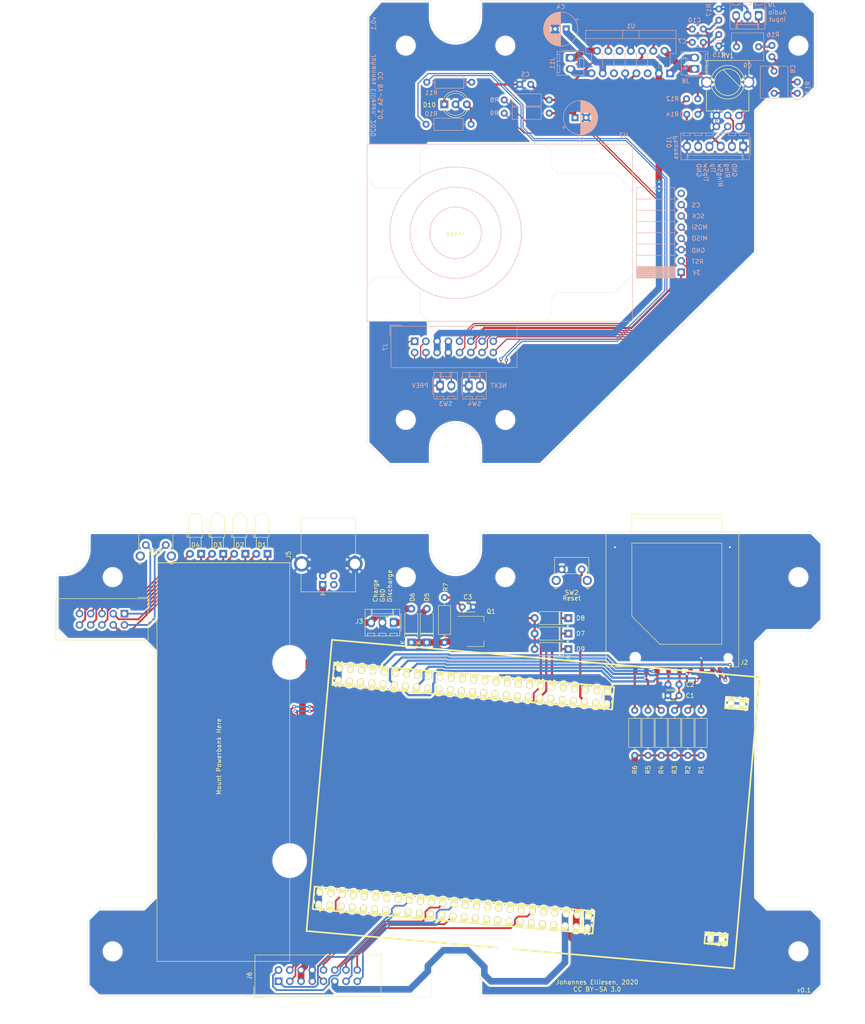
<source format=kicad_pcb>
(kicad_pcb (version 20171130) (host pcbnew "(5.1.5-0-10_14)")
  (title_block (title "Rfid Music Player") (company "Johannes Elliesen, 2020"))
  (layers (0 F.Cu signal) (31 B.Cu signal) (34 B.Paste user) (35 F.Paste user) (36 B.SilkS user) (37 F.SilkS user) (38 B.Mask user) (39 F.Mask user) (44 Edge.Cuts user))
  (net 0 "")
  (net 1 GND)
  (net 2 +3V0)
  (net 3 "Net-(C3-Pad1)")
  (net 4 +5V)
  (net 5 "Net-(C5-Pad1)")
  (net 6 "Net-(C6-Pad1)")
  (net 7 "Net-(C7-Pad1)")
  (net 8 "Net-(C8-Pad2)")
  (net 9 "Net-(C8-Pad1)")
  (net 10 "Net-(C9-Pad2)")
  (net 11 "Net-(C9-Pad1)")
  (net 12 "Net-(C10-Pad1)")
  (net 13 "Net-(D1-Pad2)")
  (net 14 "Net-(D1-Pad1)")
  (net 15 "Net-(D2-Pad2)")
  (net 16 "Net-(D2-Pad1)")
  (net 17 "Net-(D3-Pad2)")
  (net 18 "Net-(D3-Pad1)")
  (net 19 "Net-(D4-Pad2)")
  (net 20 "Net-(D4-Pad1)")
  (net 21 "Net-(D5-Pad2)")
  (net 22 "Net-(D5-Pad1)")
  (net 23 "Net-(D6-Pad2)")
  (net 24 /SW_PREV)
  (net 25 /SW_NEXT)
  (net 26 /POWER_HOLD)
  (net 27 "Net-(D10-Pad3)")
  (net 28 "Net-(D10-Pad1)")
  (net 29 "Net-(J1-Pad2)")
  (net 30 "Net-(J1-Pad1)")
  (net 31 "Net-(J2-Pad9)")
  (net 32 /SD_CS)
  (net 33 /SD_MOSI)
  (net 34 /SD_SCLK)
  (net 35 /SD_MISO)
  (net 36 "Net-(J2-Pad8)")
  (net 37 /SD_AVAIL)
  (net 38 /SD_WRTPRT)
  (net 39 "Net-(J4-Pad47)")
  (net 40 "Net-(J4-Pad45)")
  (net 41 "Net-(J4-Pad43)")
  (net 42 "Net-(J4-Pad35)")
  (net 43 "Net-(J4-Pad33)")
  (net 44 "Net-(J4-Pad31)")
  (net 45 "Net-(J4-Pad29)")
  (net 46 "Net-(J4-Pad27)")
  (net 47 "Net-(J4-Pad25)")
  (net 48 "Net-(J4-Pad23)")
  (net 49 "Net-(J4-Pad21)")
  (net 50 "Net-(J4-Pad19)")
  (net 51 "Net-(J4-Pad17)")
  (net 52 "Net-(J4-Pad15)")
  (net 53 "Net-(J4-Pad9)")
  (net 54 "Net-(J4-Pad7)")
  (net 55 "Net-(J4-Pad3)")
  (net 56 "Net-(J4-Pad4)")
  (net 57 /SW_RESET)
  (net 58 "Net-(J4-Pad8)")
  (net 59 "Net-(J4-Pad10)")
  (net 60 "Net-(J4-Pad12)")
  (net 61 "Net-(J4-Pad16)")
  (net 62 "Net-(J4-Pad18)")
  (net 63 "Net-(J4-Pad20)")
  (net 64 "Net-(J4-Pad22)")
  (net 65 "Net-(J4-Pad24)")
  (net 66 "Net-(J4-Pad26)")
  (net 67 "Net-(J4-Pad28)")
  (net 68 "Net-(J4-Pad30)")
  (net 69 "Net-(J4-Pad32)")
  (net 70 "Net-(J4-Pad34)")
  (net 71 "Net-(J4-Pad42)")
  (net 72 "Net-(J4-Pad44)")
  (net 73 "Net-(J4-Pad46)")
  (net 74 "Net-(J4-Pad48)")
  (net 75 "Net-(J4-Pad54)")
  (net 76 /AMP_MUTE)
  (net 77 "Net-(J4-Pad58)")
  (net 78 "Net-(J4-Pad60)")
  (net 79 "Net-(J4-Pad62)")
  (net 80 "Net-(J4-Pad64)")
  (net 81 /TOP_LED_G)
  (net 82 "Net-(J4-Pad68)")
  (net 83 "Net-(J4-Pad70)")
  (net 84 "Net-(J4-Pad72)")
  (net 85 /RFID_SCK)
  (net 86 /RFID_MOSI)
  (net 87 "Net-(J4-Pad78)")
  (net 88 "Net-(J4-Pad80)")
  (net 89 "Net-(J4-Pad82)")
  (net 90 "Net-(J4-Pad84)")
  (net 91 "Net-(J4-Pad86)")
  (net 92 "Net-(J4-Pad88)")
  (net 93 "Net-(J4-Pad90)")
  (net 94 "Net-(J4-Pad92)")
  (net 95 "Net-(J4-Pad94)")
  (net 96 "Net-(J4-Pad93)")
  (net 97 "Net-(J4-Pad91)")
  (net 98 /RFID_CS)
  (net 99 "Net-(J4-Pad87)")
  (net 100 "Net-(J4-Pad85)")
  (net 101 "Net-(J4-Pad83)")
  (net 102 "Net-(J4-Pad81)")
  (net 103 "Net-(J4-Pad79)")
  (net 104 "Net-(J4-Pad77)")
  (net 105 /RFID_MISO)
  (net 106 /RFID_RST)
  (net 107 "Net-(J4-Pad71)")
  (net 108 "Net-(J4-Pad69)")
  (net 109 /TOP_LED_R)
  (net 110 "Net-(J4-Pad65)")
  (net 111 "Net-(J4-Pad63)")
  (net 112 "Net-(J4-Pad61)")
  (net 113 "Net-(J4-Pad59)")
  (net 114 "Net-(J4-Pad57)")
  (net 115 /AMP_STBY)
  (net 116 "Net-(J4-Pad53)")
  (net 117 "Net-(J5-Pad3)")
  (net 118 "Net-(J5-Pad2)")
  (net 119 /RFID_CS_T)
  (net 120 /RFID_SCK_T)
  (net 121 /RFID_MOSI_T)
  (net 122 /RFID_MISO_T)
  (net 123 /RFID_RST_T)
  (net 124 /AMP_MUTE_T)
  (net 125 /AMP_STBY_T)
  (net 126 /SW_NEXT_T)
  (net 127 /SW_PREV_T)
  (net 128 /TOP_LED_G_T)
  (net 129 /TOP_LED_R_T)
  (net 130 "Net-(J8-Pad2)")
  (net 131 "Net-(J8-Pad1)")
  (net 132 "Net-(J11-Pad2)")
  (net 133 "Net-(J11-Pad1)")
  (net 134 "Net-(U2-Pad8)")
  (net 135 "Net-(U1-Pad11)")
  (net 136 "Net-(U1-Pad10)")
  (net 137 "Net-(U1-Pad5)")
  (net 138 /TipNorm)
  (net 139 /RingNorm)
  (net 140 /Tip)
  (net 141 /Ring)
  (net 142 "Net-(C7-Pad2)")
  (net 143 "Net-(C10-Pad2)")
  (net 144 "Net-(R13-Pad2)")
  (net 145 "Net-(R16-Pad2)")
  (module ell_holes:drill_6.8mm_NPTH (layer F.Cu) (at 162.5 241.75)
    (fp_text reference REF** (at 0 0.5) (layer F.SilkS))
    (fp_text value drill_6.8mm_NPTH)
    (pad "" np_thru_hole circle (at 0 0) (size 6.8 6.8) (drill 6.8) (layers *.Cu *.Mask))
  )
  (module ell_holes:drill_6.8mm_NPTH (layer F.Cu) (at 162.5 197)
    (fp_text reference REF** (at 0 0.5) (layer F.SilkS))
    (fp_text value drill_6.8mm_NPTH)
    (pad "" np_thru_hole circle (at 0 0) (size 6.8 6.8) (drill 6.8) (layers *.Cu *.Mask))
  )
  (module Resistor_THT:R_Axial_DIN0207_L6.3mm_D2.5mm_P2.54mm_Vertical (layer B.Cu) (at 259.5 52 90)
    (fp_text reference R17 (at 2.25 -2.25 90) (layer B.SilkS) (effects (justify mirror)))
    (fp_text value 10k)
    (pad 2 thru_hole oval (at 2.54 0 90) (size 1.6 1.6) (drill 0.8) (layers *.Cu *.Mask) (net 1 GND))
    (pad 1 thru_hole circle (at 0 0 90) (size 1.6 1.6) (drill 0.8) (layers *.Cu *.Mask) (net 143 "Net-(C10-Pad2)"))
  )
  (module Resistor_THT:R_Axial_DIN0207_L6.3mm_D2.5mm_P2.54mm_Vertical (layer B.Cu) (at 271.5 57.71 270)
    (fp_text reference R16 (at -2.46 -0.25 180) (layer B.SilkS) (effects (justify mirror)))
    (fp_text value 0R)
    (pad 2 thru_hole oval (at 2.54 0 270) (size 1.6 1.6) (drill 0.8) (layers *.Cu *.Mask) (net 145 "Net-(R16-Pad2)"))
    (pad 1 thru_hole circle (at 0 0 270) (size 1.6 1.6) (drill 0.8) (layers *.Cu *.Mask) (net 10 "Net-(C9-Pad2)"))
  )
  (module Resistor_THT:R_Axial_DIN0207_L6.3mm_D2.5mm_P2.54mm_Vertical (layer B.Cu) (at 259.5 55.25 270)
    (fp_text reference R15 (at 4.5 0 180) (layer B.SilkS) (effects (justify mirror)))
    (fp_text value 10k)
    (pad 2 thru_hole oval (at 2.54 0 270) (size 1.6 1.6) (drill 0.8) (layers *.Cu *.Mask) (net 1 GND))
    (pad 1 thru_hole circle (at 0 0 270) (size 1.6 1.6) (drill 0.8) (layers *.Cu *.Mask) (net 142 "Net-(C7-Pad2)"))
  )
  (module Resistor_THT:R_Axial_DIN0207_L6.3mm_D2.5mm_P2.54mm_Vertical (layer B.Cu) (at 252.25 73.25)
    (fp_text reference R14 (at -3.25 0) (layer B.SilkS) (effects (justify mirror)))
    (fp_text value 10k)
    (pad 2 thru_hole oval (at 2.54 0) (size 1.6 1.6) (drill 0.8) (layers *.Cu *.Mask) (net 143 "Net-(C10-Pad2)"))
    (pad 1 thru_hole circle (at 0 0) (size 1.6 1.6) (drill 0.8) (layers *.Cu *.Mask) (net 139 /RingNorm))
  )
  (module Resistor_THT:R_Axial_DIN0207_L6.3mm_D2.5mm_P2.54mm_Vertical (layer B.Cu) (at 277.25 68.5 90)
    (fp_text reference R13 (at 1.27 2.37 90) (layer B.SilkS) (effects (justify mirror)))
    (fp_text value 0R)
    (pad 2 thru_hole oval (at 2.54 0 90) (size 1.6 1.6) (drill 0.8) (layers *.Cu *.Mask) (net 144 "Net-(R13-Pad2)"))
    (pad 1 thru_hole circle (at 0 0 90) (size 1.6 1.6) (drill 0.8) (layers *.Cu *.Mask) (net 9 "Net-(C8-Pad1)"))
  )
  (module Resistor_THT:R_Axial_DIN0207_L6.3mm_D2.5mm_P2.54mm_Vertical (layer B.Cu) (at 252.21 69.75)
    (fp_text reference R12 (at -3.21 0) (layer B.SilkS) (effects (justify mirror)))
    (fp_text value 10k)
    (pad 2 thru_hole oval (at 2.54 0) (size 1.6 1.6) (drill 0.8) (layers *.Cu *.Mask) (net 142 "Net-(C7-Pad2)"))
    (pad 1 thru_hole circle (at 0 0) (size 1.6 1.6) (drill 0.8) (layers *.Cu *.Mask) (net 138 /TipNorm))
  )
  (module footprints:Hammond_1591XXE_holes (layer F.Cu) (at 200 100)
    (fp_text reference REF** (at 0 0.5) (layer F.SilkS))
    (fp_text value Hammond_1591XXE_holes)
    (pad "" np_thru_hole circle (at 11.25 -42.25) (size 3.5 3.5) (drill 3.5) (layers *.Cu *.Mask))
    (pad "" np_thru_hole circle (at -11.25 42.25) (size 3.5 3.5) (drill 3.5) (layers *.Cu *.Mask))
    (pad "" np_thru_hole circle (at -11.25 -42.25) (size 3.5 3.5) (drill 3.5) (layers *.Cu *.Mask))
    (pad "" np_thru_hole circle (at 11.25 42.25) (size 3.5 3.5) (drill 3.5) (layers *.Cu *.Mask))
    (pad "" np_thru_hole circle (at 77.5 42.25) (size 3.5 3.5) (drill 3.5) (layers *.Cu *.Mask))
    (pad "" np_thru_hole circle (at 77.5 -42.25) (size 3.5 3.5) (drill 3.5) (layers *.Cu *.Mask))
    (pad "" np_thru_hole circle (at -77.5 -42.25) (size 3.5 3.5) (drill 3.5) (layers *.Cu *.Mask))
    (pad "" np_thru_hole circle (at -77.5 42.25) (size 3.5 3.5) (drill 3.5) (layers *.Cu *.Mask))
  )
  (module footprints:Hammond_1591XXE_holes (layer F.Cu) (at 200 220)
    (fp_text reference REF** hide)
    (fp_text value Hammond_1591XXE_holes hide)
    (pad "" np_thru_hole circle (at 11.25 -42.25) (size 3.5 3.5) (drill 3.5) (layers *.Cu *.Mask))
    (pad "" np_thru_hole circle (at -11.25 42.25) (size 3.5 3.5) (drill 3.5) (layers *.Cu *.Mask))
    (pad "" np_thru_hole circle (at -11.25 -42.25) (size 3.5 3.5) (drill 3.5) (layers *.Cu *.Mask))
    (pad "" np_thru_hole circle (at 11.25 42.25) (size 3.5 3.5) (drill 3.5) (layers *.Cu *.Mask))
    (pad "" np_thru_hole circle (at 77.5 42.25) (size 3.5 3.5) (drill 3.5) (layers *.Cu *.Mask))
    (pad "" np_thru_hole circle (at 77.5 -42.25) (size 3.5 3.5) (drill 3.5) (layers *.Cu *.Mask))
    (pad "" np_thru_hole circle (at -77.5 -42.25) (size 3.5 3.5) (drill 3.5) (layers *.Cu *.Mask))
    (pad "" np_thru_hole circle (at -77.5 42.25) (size 3.5 3.5) (drill 3.5) (layers *.Cu *.Mask))
  )
  (module ell_special:SD_Socket_SD-RSMT-2-10 (layer F.Cu) (at 250 198 180)
    (fp_text reference J2 (at -15.25 1) (layer F.SilkS))
    (fp_text value SD_Card_Det)
    (pad 12 smd roundrect (at -14.28 27 180) (size 2 3) (layers F.Cu F.Paste F.Mask) (roundrect_rratio 0.125) (net 1 GND))
    (pad 12 smd roundrect (at 15.82 27 180) (size 2 3) (layers F.Cu F.Paste F.Mask) (roundrect_rratio 0.125) (net 1 GND))
    (pad 9 smd roundrect (at 9.375 -0.75 180) (size 1 1.5) (layers F.Cu F.Paste F.Mask) (roundrect_rratio 0.125) (net 31 "Net-(J2-Pad9)"))
    (pad 1 smd roundrect (at 6.875 -0.75 180) (size 1 1.5) (layers F.Cu F.Paste F.Mask) (roundrect_rratio 0.125) (net 32 /SD_CS))
    (pad 2 smd roundrect (at 4.375 -0.75 180) (size 1 1.5) (layers F.Cu F.Paste F.Mask) (roundrect_rratio 0.125) (net 33 /SD_MOSI))
    (pad 3 smd roundrect (at 1.875 -0.75 180) (size 1 1.5) (layers F.Cu F.Paste F.Mask) (roundrect_rratio 0.125) (net 1 GND))
    (pad 4 smd roundrect (at -0.625 -0.75 180) (size 1 1.5) (layers F.Cu F.Paste F.Mask) (roundrect_rratio 0.125) (net 2 +3V0))
    (pad 5 smd roundrect (at -3.125 -0.75 180) (size 1 1.5) (layers F.Cu F.Paste F.Mask) (roundrect_rratio 0.125) (net 34 /SD_SCLK))
    (pad 6 smd roundrect (at -5.625 -0.75 180) (size 1 1.5) (layers F.Cu F.Paste F.Mask) (roundrect_rratio 0.125) (net 1 GND))
    (pad 7 smd roundrect (at -8.05 -0.75 180) (size 1 1.5) (layers F.Cu F.Paste F.Mask) (roundrect_rratio 0.125) (net 35 /SD_MISO))
    (pad 8 smd roundrect (at -9.75 -0.75 180) (size 1 1.5) (layers F.Cu F.Paste F.Mask) (roundrect_rratio 0.125) (net 36 "Net-(J2-Pad8)"))
    (pad 10 smd roundrect (at -11.05 -0.75 180) (size 0.7 1.5) (layers F.Cu F.Paste F.Mask) (roundrect_rratio 0.125) (net 37 /SD_AVAIL))
    (pad 11 smd roundrect (at -12.25 -0.75 180) (size 0.7 1.5) (layers F.Cu F.Paste F.Mask) (roundrect_rratio 0.125) (net 38 /SD_WRTPRT))
    (pad "" np_thru_hole circle (at 9.375 2.05 180) (size 1.6 1.6) (drill 1.6) (layers *.Cu *.Mask))
    (pad "" np_thru_hole circle (at -11.625 2.05 180) (size 1.1 1.1) (drill 1.1) (layers *.Cu *.Mask))
  )
  (module Capacitor_THT:C_Rect_L7.0mm_W6.0mm_P5.00mm (layer B.Cu) (at 263.5 58)
    (fp_text reference C9 (at 2.5 4.25) (layer B.SilkS) (effects (justify mirror)))
    (fp_text value 10u)
    (pad 2 thru_hole circle (at 5 0) (size 1.6 1.6) (drill 0.8) (layers *.Cu *.Mask) (net 10 "Net-(C9-Pad2)"))
    (pad 1 thru_hole circle (at 0 0) (size 1.6 1.6) (drill 0.8) (layers *.Cu *.Mask) (net 11 "Net-(C9-Pad1)"))
  )
  (module Capacitor_THT:C_Rect_L7.0mm_W6.0mm_P5.00mm (layer B.Cu) (at 272 68.5 90)
    (fp_text reference C8 (at 5.5 4.25 90) (layer B.SilkS) (effects (justify mirror)))
    (fp_text value 10u)
    (pad 2 thru_hole circle (at 5 0 90) (size 1.6 1.6) (drill 0.8) (layers *.Cu *.Mask) (net 8 "Net-(C8-Pad2)"))
    (pad 1 thru_hole circle (at 0 0 90) (size 1.6 1.6) (drill 0.8) (layers *.Cu *.Mask) (net 9 "Net-(C8-Pad1)"))
  )
  (module Capacitor_THT:CP_Radial_D7.5mm_P2.50mm (layer B.Cu) (at 227 74)
    (fp_text reference C6 (at 1.25 5) (layer B.SilkS) (effects (justify mirror)))
    (fp_text value 10u)
    (pad 2 thru_hole circle (at 2.5 0) (size 1.6 1.6) (drill 0.8) (layers *.Cu *.Mask) (net 1 GND))
    (pad 1 thru_hole rect (at 0 0) (size 1.6 1.6) (drill 0.8) (layers *.Cu *.Mask) (net 6 "Net-(C6-Pad1)"))
  )
  (module Connector_Molex:Molex_KK-254_AE-6410-06A_1x06_P2.54mm_Vertical (layer B.Cu) (at 265 80.5 180)
    (fp_text reference J10 (at 16.75 1 90) (layer B.SilkS) (effects (justify mirror)))
    (fp_text value Headphones)
    (pad 6 thru_hole oval (at 12.7 0 180) (size 1.74 2.2) (drill 1.2) (layers *.Cu *.Mask) (net 1 GND))
    (pad 5 thru_hole oval (at 10.16 0 180) (size 1.74 2.2) (drill 1.2) (layers *.Cu *.Mask) (net 138 /TipNorm))
    (pad 4 thru_hole oval (at 7.62 0 180) (size 1.74 2.2) (drill 1.2) (layers *.Cu *.Mask) (net 140 /Tip))
    (pad 3 thru_hole oval (at 5.08 0 180) (size 1.74 2.2) (drill 1.2) (layers *.Cu *.Mask) (net 139 /RingNorm))
    (pad 2 thru_hole oval (at 2.54 0 180) (size 1.74 2.2) (drill 1.2) (layers *.Cu *.Mask) (net 141 /Ring))
    (pad 1 thru_hole roundrect (at 0 0 180) (size 1.74 2.2) (drill 1.2) (layers *.Cu *.Mask) (roundrect_rratio 0.143678) (net 1 GND))
  )
  (module Package_TO_SOT_THT:TO-220-15_P2.54x2.54mm_StaggerOdd_Lead4.58mm_Vertical (layer B.Cu) (at 248.5 64 180)
    (fp_text reference U1 (at 8.89 10.7) (layer B.SilkS) (effects (justify mirror)))
    (fp_text value TDA7266)
    (pad 15 thru_hole oval (at 17.78 0 180) (size 1.8 1.8) (drill 1) (layers *.Cu *.Mask) (net 132 "Net-(J11-Pad2)"))
    (pad 14 thru_hole oval (at 16.51 5.08 180) (size 1.8 1.8) (drill 1) (layers *.Cu *.Mask) (net 133 "Net-(J11-Pad1)"))
    (pad 13 thru_hole oval (at 15.24 0 180) (size 1.8 1.8) (drill 1) (layers *.Cu *.Mask) (net 4 +5V))
    (pad 12 thru_hole oval (at 13.97 5.08 180) (size 1.8 1.8) (drill 1) (layers *.Cu *.Mask) (net 12 "Net-(C10-Pad1)"))
    (pad 11 thru_hole oval (at 12.7 0 180) (size 1.8 1.8) (drill 1) (layers *.Cu *.Mask) (net 135 "Net-(U1-Pad11)"))
    (pad 10 thru_hole oval (at 11.43 5.08 180) (size 1.8 1.8) (drill 1) (layers *.Cu *.Mask) (net 136 "Net-(U1-Pad10)"))
    (pad 9 thru_hole oval (at 10.16 0 180) (size 1.8 1.8) (drill 1) (layers *.Cu *.Mask) (net 1 GND))
    (pad 8 thru_hole oval (at 8.89 5.08 180) (size 1.8 1.8) (drill 1) (layers *.Cu *.Mask) (net 1 GND))
    (pad 7 thru_hole oval (at 7.62 0 180) (size 1.8 1.8) (drill 1) (layers *.Cu *.Mask) (net 6 "Net-(C6-Pad1)"))
    (pad 6 thru_hole oval (at 6.35 5.08 180) (size 1.8 1.8) (drill 1) (layers *.Cu *.Mask) (net 5 "Net-(C5-Pad1)"))
    (pad 5 thru_hole oval (at 5.08 0 180) (size 1.8 1.8) (drill 1) (layers *.Cu *.Mask) (net 137 "Net-(U1-Pad5)"))
    (pad 4 thru_hole oval (at 3.81 5.08 180) (size 1.8 1.8) (drill 1) (layers *.Cu *.Mask) (net 7 "Net-(C7-Pad1)"))
    (pad 3 thru_hole oval (at 2.54 0 180) (size 1.8 1.8) (drill 1) (layers *.Cu *.Mask) (net 4 +5V))
    (pad 2 thru_hole oval (at 1.27 5.08 180) (size 1.8 1.8) (drill 1) (layers *.Cu *.Mask) (net 131 "Net-(J8-Pad1)"))
    (pad 1 thru_hole rect (at 0 0 180) (size 1.8 1.8) (drill 1) (layers *.Cu *.Mask) (net 130 "Net-(J8-Pad2)"))
  )
  (module Resistor_THT:R_Axial_DIN0207_L6.3mm_D2.5mm_P10.16mm_Horizontal (layer B.Cu) (at 193.5 66)
    (fp_text reference R11 (at 1 2.37) (layer B.SilkS) (effects (justify mirror)))
    (fp_text value 2k2)
    (pad 2 thru_hole oval (at 10.16 0) (size 1.6 1.6) (drill 0.8) (layers *.Cu *.Mask) (net 28 "Net-(D10-Pad1)"))
    (pad 1 thru_hole circle (at 0 0) (size 1.6 1.6) (drill 0.8) (layers *.Cu *.Mask) (net 129 /TOP_LED_R_T))
  )
  (module Resistor_THT:R_Axial_DIN0207_L6.3mm_D2.5mm_P10.16mm_Horizontal (layer B.Cu) (at 203.5 75.5 180)
    (fp_text reference R10 (at 9 2.37) (layer B.SilkS) (effects (justify mirror)))
    (fp_text value 470R)
    (pad 2 thru_hole oval (at 10.16 0 180) (size 1.6 1.6) (drill 0.8) (layers *.Cu *.Mask) (net 128 /TOP_LED_G_T))
    (pad 1 thru_hole circle (at 0 0 180) (size 1.6 1.6) (drill 0.8) (layers *.Cu *.Mask) (net 27 "Net-(D10-Pad3)"))
  )
  (module Resistor_THT:R_Axial_DIN0207_L6.3mm_D2.5mm_P10.16mm_Horizontal (layer B.Cu) (at 211 73)
    (fp_text reference R9 (at -2.25 0) (layer B.SilkS) (effects (justify mirror)))
    (fp_text value 10k)
    (pad 2 thru_hole oval (at 10.16 0) (size 1.6 1.6) (drill 0.8) (layers *.Cu *.Mask) (net 6 "Net-(C6-Pad1)"))
    (pad 1 thru_hole circle (at 0 0) (size 1.6 1.6) (drill 0.8) (layers *.Cu *.Mask) (net 125 /AMP_STBY_T))
  )
  (module Resistor_THT:R_Axial_DIN0207_L6.3mm_D2.5mm_P10.16mm_Horizontal (layer B.Cu) (at 211 70)
    (fp_text reference R8 (at -2.25 0) (layer B.SilkS) (effects (justify mirror)))
    (fp_text value 10k)
    (pad 2 thru_hole oval (at 10.16 0) (size 1.6 1.6) (drill 0.8) (layers *.Cu *.Mask) (net 5 "Net-(C5-Pad1)"))
    (pad 1 thru_hole circle (at 0 0) (size 1.6 1.6) (drill 0.8) (layers *.Cu *.Mask) (net 124 /AMP_MUTE_T))
  )
  (module Resistor_THT:R_Axial_DIN0207_L6.3mm_D2.5mm_P10.16mm_Horizontal (layer F.Cu) (at 197.5 192.5 90)
    (fp_text reference R7 (at 12.5 0.25 90) (layer F.SilkS))
    (fp_text value 47k)
    (pad 2 thru_hole oval (at 10.16 0 90) (size 1.6 1.6) (drill 0.8) (layers *.Cu *.Mask) (net 3 "Net-(C3-Pad1)"))
    (pad 1 thru_hole circle (at 0 0 90) (size 1.6 1.6) (drill 0.8) (layers *.Cu *.Mask) (net 22 "Net-(D5-Pad1)"))
  )
  (module Resistor_THT:R_Axial_DIN0207_L6.3mm_D2.5mm_P10.16mm_Horizontal (layer F.Cu) (at 240.5 218 90)
    (fp_text reference R6 (at -3.25 0 90) (layer F.SilkS))
    (fp_text value 47k)
    (pad 2 thru_hole oval (at 10.16 0 90) (size 1.6 1.6) (drill 0.8) (layers *.Cu *.Mask) (net 31 "Net-(J2-Pad9)"))
    (pad 1 thru_hole circle (at 0 0 90) (size 1.6 1.6) (drill 0.8) (layers *.Cu *.Mask) (net 2 +3V0))
  )
  (module Resistor_THT:R_Axial_DIN0207_L6.3mm_D2.5mm_P10.16mm_Horizontal (layer F.Cu) (at 243.5 218 90)
    (fp_text reference R5 (at -3.25 0 90) (layer F.SilkS))
    (fp_text value 47k)
    (pad 2 thru_hole oval (at 10.16 0 90) (size 1.6 1.6) (drill 0.8) (layers *.Cu *.Mask) (net 32 /SD_CS))
    (pad 1 thru_hole circle (at 0 0 90) (size 1.6 1.6) (drill 0.8) (layers *.Cu *.Mask) (net 2 +3V0))
  )
  (module Resistor_THT:R_Axial_DIN0207_L6.3mm_D2.5mm_P10.16mm_Horizontal (layer F.Cu) (at 246.5 218 90)
    (fp_text reference R4 (at -3.25 0 90) (layer F.SilkS))
    (fp_text value 47k)
    (pad 2 thru_hole oval (at 10.16 0 90) (size 1.6 1.6) (drill 0.8) (layers *.Cu *.Mask) (net 33 /SD_MOSI))
    (pad 1 thru_hole circle (at 0 0 90) (size 1.6 1.6) (drill 0.8) (layers *.Cu *.Mask) (net 2 +3V0))
  )
  (module Resistor_THT:R_Axial_DIN0207_L6.3mm_D2.5mm_P10.16mm_Horizontal (layer F.Cu) (at 249.5 218 90)
    (fp_text reference R3 (at -3.25 0 90) (layer F.SilkS))
    (fp_text value 47k)
    (pad 2 thru_hole oval (at 10.16 0 90) (size 1.6 1.6) (drill 0.8) (layers *.Cu *.Mask) (net 34 /SD_SCLK))
    (pad 1 thru_hole circle (at 0 0 90) (size 1.6 1.6) (drill 0.8) (layers *.Cu *.Mask) (net 2 +3V0))
  )
  (module Resistor_THT:R_Axial_DIN0207_L6.3mm_D2.5mm_P10.16mm_Horizontal (layer F.Cu) (at 252.5 218 90)
    (fp_text reference R2 (at -3.25 0 90) (layer F.SilkS))
    (fp_text value 47k)
    (pad 2 thru_hole oval (at 10.16 0 90) (size 1.6 1.6) (drill 0.8) (layers *.Cu *.Mask) (net 35 /SD_MISO))
    (pad 1 thru_hole circle (at 0 0 90) (size 1.6 1.6) (drill 0.8) (layers *.Cu *.Mask) (net 2 +3V0))
  )
  (module Resistor_THT:R_Axial_DIN0207_L6.3mm_D2.5mm_P10.16mm_Horizontal (layer F.Cu) (at 255.5 218 90)
    (fp_text reference R1 (at -3.25 0 90) (layer F.SilkS))
    (fp_text value 47k)
    (pad 2 thru_hole oval (at 10.16 0 90) (size 1.6 1.6) (drill 0.8) (layers *.Cu *.Mask) (net 36 "Net-(J2-Pad8)"))
    (pad 1 thru_hole circle (at 0 0 90) (size 1.6 1.6) (drill 0.8) (layers *.Cu *.Mask) (net 2 +3V0))
  )
  (module Diode_THT:D_A-405_P7.62mm_Horizontal (layer F.Cu) (at 225.5 194 180)
    (fp_text reference D9 (at -2.75 0) (layer F.SilkS))
    (fp_text value 1N5819)
    (fp_text user K (at 0 -1.9) (layer F.SilkS))
    (pad 2 thru_hole oval (at 7.62 0 180) (size 1.8 1.8) (drill 0.9) (layers *.Cu *.Mask) (net 3 "Net-(C3-Pad1)"))
    (pad 1 thru_hole rect (at 0 0 180) (size 1.8 1.8) (drill 0.9) (layers *.Cu *.Mask) (net 26 /POWER_HOLD))
  )
  (module Diode_THT:D_A-405_P7.62mm_Horizontal (layer F.Cu) (at 225.5 187 180)
    (fp_text reference D8 (at -2.75 0) (layer F.SilkS))
    (fp_text value 1N5819)
    (fp_text user K (at 0 -1.9) (layer F.SilkS))
    (pad 2 thru_hole oval (at 7.62 0 180) (size 1.8 1.8) (drill 0.9) (layers *.Cu *.Mask) (net 3 "Net-(C3-Pad1)"))
    (pad 1 thru_hole rect (at 0 0 180) (size 1.8 1.8) (drill 0.9) (layers *.Cu *.Mask) (net 25 /SW_NEXT))
  )
  (module Diode_THT:D_A-405_P7.62mm_Horizontal (layer F.Cu) (at 225.5 190.5 180)
    (fp_text reference D7 (at -2.75 0) (layer F.SilkS))
    (fp_text value 1N5819)
    (fp_text user K (at 0 -1.9) (layer F.SilkS))
    (pad 2 thru_hole oval (at 7.62 0 180) (size 1.8 1.8) (drill 0.9) (layers *.Cu *.Mask) (net 3 "Net-(C3-Pad1)"))
    (pad 1 thru_hole rect (at 0 0 180) (size 1.8 1.8) (drill 0.9) (layers *.Cu *.Mask) (net 24 /SW_PREV))
  )
  (module Diode_THT:D_A-405_P7.62mm_Horizontal (layer F.Cu) (at 190 192.5 90)
    (fp_text reference D6 (at 10.25 0.25 90) (layer F.SilkS))
    (fp_text value 1N5819)
    (fp_text user K (at 0 -1.9 90) (layer F.SilkS))
    (pad 2 thru_hole oval (at 7.62 0 90) (size 1.8 1.8) (drill 0.9) (layers *.Cu *.Mask) (net 23 "Net-(D6-Pad2)"))
    (pad 1 thru_hole rect (at 0 0 90) (size 1.8 1.8) (drill 0.9) (layers *.Cu *.Mask) (net 22 "Net-(D5-Pad1)"))
  )
  (module Diode_THT:D_A-405_P7.62mm_Horizontal (layer F.Cu) (at 193.5 192.5 90)
    (fp_text reference D5 (at 10.25 0 90) (layer F.SilkS))
    (fp_text value 1N5819)
    (fp_text user K (at 0 -1.9 90) (layer F.SilkS))
    (pad 2 thru_hole oval (at 7.62 0 90) (size 1.8 1.8) (drill 0.9) (layers *.Cu *.Mask) (net 21 "Net-(D5-Pad2)"))
    (pad 1 thru_hole rect (at 0 0 90) (size 1.8 1.8) (drill 0.9) (layers *.Cu *.Mask) (net 22 "Net-(D5-Pad1)"))
  )
  (module Capacitor_THT:C_Disc_D3.0mm_W2.0mm_P2.50mm (layer B.Cu) (at 253.5 54)
    (fp_text reference C10 (at 0.5 -2 180) (layer B.SilkS) (effects (justify mirror)))
    (fp_text value 220n)
    (pad 2 thru_hole circle (at 2.5 0) (size 1.6 1.6) (drill 0.8) (layers *.Cu *.Mask) (net 143 "Net-(C10-Pad2)"))
    (pad 1 thru_hole circle (at 0 0) (size 1.6 1.6) (drill 0.8) (layers *.Cu *.Mask) (net 12 "Net-(C10-Pad1)"))
  )
  (module Capacitor_THT:C_Disc_D3.0mm_W2.0mm_P2.50mm (layer B.Cu) (at 253.5 57)
    (fp_text reference C7 (at -2.25 -0.25 180) (layer B.SilkS) (effects (justify mirror)))
    (fp_text value 220n)
    (pad 2 thru_hole circle (at 2.5 0) (size 1.6 1.6) (drill 0.8) (layers *.Cu *.Mask) (net 142 "Net-(C7-Pad2)"))
    (pad 1 thru_hole circle (at 0 0) (size 1.6 1.6) (drill 0.8) (layers *.Cu *.Mask) (net 7 "Net-(C7-Pad1)"))
  )
  (module Capacitor_THT:C_Disc_D3.0mm_W2.0mm_P2.50mm (layer B.Cu) (at 217 66.5 180)
    (fp_text reference C5 (at 1.25 2.25) (layer B.SilkS) (effects (justify mirror)))
    (fp_text value 1u)
    (pad 2 thru_hole circle (at 2.5 0 180) (size 1.6 1.6) (drill 0.8) (layers *.Cu *.Mask) (net 1 GND))
    (pad 1 thru_hole circle (at 0 0 180) (size 1.6 1.6) (drill 0.8) (layers *.Cu *.Mask) (net 5 "Net-(C5-Pad1)"))
  )
  (module Capacitor_THT:C_Disc_D3.0mm_W2.0mm_P2.50mm (layer F.Cu) (at 201.5 184.5)
    (fp_text reference C3 (at 1.25 -2.25) (layer F.SilkS))
    (fp_text value 100n)
    (pad 2 thru_hole circle (at 2.5 0) (size 1.6 1.6) (drill 0.8) (layers *.Cu *.Mask) (net 1 GND))
    (pad 1 thru_hole circle (at 0 0) (size 1.6 1.6) (drill 0.8) (layers *.Cu *.Mask) (net 3 "Net-(C3-Pad1)"))
  )
  (module Capacitor_THT:C_Disc_D3.0mm_W2.0mm_P2.50mm (layer F.Cu) (at 250.5 202 180)
    (fp_text reference C2 (at -2.5 0) (layer F.SilkS))
    (fp_text value 100n)
    (pad 2 thru_hole circle (at 2.5 0 180) (size 1.6 1.6) (drill 0.8) (layers *.Cu *.Mask) (net 1 GND))
    (pad 1 thru_hole circle (at 0 0 180) (size 1.6 1.6) (drill 0.8) (layers *.Cu *.Mask) (net 2 +3V0))
  )
  (module Capacitor_THT:C_Disc_D3.0mm_W2.0mm_P2.50mm (layer F.Cu) (at 250.5 204.5 180)
    (fp_text reference C1 (at -2.5 0) (layer F.SilkS))
    (fp_text value 1u)
    (pad 2 thru_hole circle (at 2.5 0 180) (size 1.6 1.6) (drill 0.8) (layers *.Cu *.Mask) (net 1 GND))
    (pad 1 thru_hole circle (at 0 0 180) (size 1.6 1.6) (drill 0.8) (layers *.Cu *.Mask) (net 2 +3V0))
  )
  (module Package_TO_SOT_SMD:SOT-223 (layer F.Cu) (at 204.5 190)
    (fp_text reference Q1 (at 3.5 -4.5) (layer F.SilkS))
    (fp_text value ISP75DP06LM)
    (pad 1 smd rect (at -3.15 -2.3) (size 2 1.5) (layers F.Cu F.Paste F.Mask) (net 3 "Net-(C3-Pad1)"))
    (pad 3 smd rect (at -3.15 2.3) (size 2 1.5) (layers F.Cu F.Paste F.Mask) (net 22 "Net-(D5-Pad1)"))
    (pad 2 smd rect (at -3.15 0) (size 2 1.5) (layers F.Cu F.Paste F.Mask) (net 4 +5V))
    (pad 4 smd rect (at 3.15 0) (size 2 3.8) (layers F.Cu F.Paste F.Mask) (net 4 +5V))
  )
  (module ell_special:RFID_RC_522_Board (layer B.Cu) (at 200 100)
    (fp_text reference U2 (at 38 -22) (layer B.SilkS) (effects (justify mirror)))
    (fp_text value RFID_RC522_Board)
    (pad "" np_thru_hole circle (at 25 -17.5) (size 3 3) (drill 3) (layers *.Cu *.Mask))
    (pad "" np_thru_hole circle (at 25 17.5) (size 3 3) (drill 3) (layers *.Cu *.Mask))
    (pad "" np_thru_hole circle (at -13.5 -13) (size 3 3) (drill 3) (layers *.Cu *.Mask))
    (pad "" np_thru_hole circle (at -13.5 13) (size 3 3) (drill 3) (layers *.Cu *.Mask))
    (pad 1 thru_hole rect (at 51 8.89) (size 1.7 1.7) (drill 1) (layers *.Cu *.Mask) (net 2 +3V0))
    (pad 2 thru_hole oval (at 51 6.35) (size 1.7 1.7) (drill 1) (layers *.Cu *.Mask) (net 123 /RFID_RST_T))
    (pad 3 thru_hole oval (at 51 3.81) (size 1.7 1.7) (drill 1) (layers *.Cu *.Mask) (net 1 GND))
    (pad 4 thru_hole oval (at 51 1.27) (size 1.7 1.7) (drill 1) (layers *.Cu *.Mask) (net 122 /RFID_MISO_T))
    (pad 5 thru_hole oval (at 51 -1.27) (size 1.7 1.7) (drill 1) (layers *.Cu *.Mask) (net 121 /RFID_MOSI_T))
    (pad 6 thru_hole oval (at 51 -3.81) (size 1.7 1.7) (drill 1) (layers *.Cu *.Mask) (net 120 /RFID_SCK_T))
    (pad 7 thru_hole oval (at 51 -6.35) (size 1.7 1.7) (drill 1) (layers *.Cu *.Mask) (net 119 /RFID_CS_T))
    (pad 8 thru_hole oval (at 51 -8.89) (size 1.7 1.7) (drill 1) (layers *.Cu *.Mask) (net 134 "Net-(U2-Pad8)"))
  )
  (module Connector_Molex:Molex_KK-254_AE-6410-02A_1x02_P2.54mm_Vertical (layer B.Cu) (at 203 134.5)
    (fp_text reference SW4 (at 1.27 4.12) (layer B.SilkS) (effects (justify mirror)))
    (fp_text value NextTrack)
    (pad 2 thru_hole oval (at 2.54 0) (size 1.74 2.2) (drill 1.2) (layers *.Cu *.Mask) (net 126 /SW_NEXT_T))
    (pad 1 thru_hole roundrect (at 0 0) (size 1.74 2.2) (drill 1.2) (layers *.Cu *.Mask) (roundrect_rratio 0.143678) (net 1 GND))
  )
  (module Connector_Molex:Molex_KK-254_AE-6410-02A_1x02_P2.54mm_Vertical (layer B.Cu) (at 196.5 134.5)
    (fp_text reference SW3 (at 1.27 4.12) (layer B.SilkS) (effects (justify mirror)))
    (fp_text value PrevTrack)
    (pad 2 thru_hole oval (at 2.54 0) (size 1.74 2.2) (drill 1.2) (layers *.Cu *.Mask) (net 127 /SW_PREV_T))
    (pad 1 thru_hole roundrect (at 0 0) (size 1.74 2.2) (drill 1.2) (layers *.Cu *.Mask) (roundrect_rratio 0.143678) (net 1 GND))
  )
  (module Button_Switch_THT:SW_Tactile_SPST_Angled_PTS645Vx83-2LFS (layer F.Cu) (at 224 176)
    (fp_text reference SW2 (at 2.25 5.25) (layer F.SilkS))
    (fp_text value Reset)
    (pad "" thru_hole circle (at -1.25 2.49) (size 2.1 2.1) (drill 1.3) (layers *.Cu *.Mask))
    (pad 1 thru_hole circle (at 0 0) (size 1.75 1.75) (drill 0.99) (layers *.Cu *.Mask) (net 1 GND))
    (pad 2 thru_hole circle (at 4.5 0) (size 1.75 1.75) (drill 0.99) (layers *.Cu *.Mask) (net 57 /SW_RESET))
    (pad "" thru_hole circle (at 5.76 2.49) (size 2.1 2.1) (drill 1.3) (layers *.Cu *.Mask))
  )
  (module Button_Switch_THT:SW_Tactile_SPST_Angled_PTS645Vx83-2LFS (layer F.Cu) (at 130 170.5)
    (fp_text reference SW1 (at 2.25 1.68) (layer F.SilkS))
    (fp_text value BatteryIndicator)
    (pad "" thru_hole circle (at -1.25 2.49) (size 2.1 2.1) (drill 1.3) (layers *.Cu *.Mask))
    (pad 1 thru_hole circle (at 0 0) (size 1.75 1.75) (drill 0.99) (layers *.Cu *.Mask) (net 30 "Net-(J1-Pad1)"))
    (pad 2 thru_hole circle (at 4.5 0) (size 1.75 1.75) (drill 0.99) (layers *.Cu *.Mask) (net 29 "Net-(J1-Pad2)"))
    (pad "" thru_hole circle (at 5.76 2.49) (size 2.1 2.1) (drill 1.3) (layers *.Cu *.Mask))
  )
  (module ell_passives:9mm_pot_dual (layer F.Cu) (at 261.5 66)
    (fp_text reference RV1 (at 0 -6) (layer F.SilkS))
    (fp_text value 50kA)
    (pad 7 thru_hole circle (at 4.75 0) (size 2.5 2.5) (drill 1.9) (layers *.Cu *.Mask) (net 1 GND))
    (pad 7 thru_hole circle (at -4.75 0) (size 2.5 2.5) (drill 1.9) (layers *.Cu *.Mask) (net 1 GND))
    (pad 6 thru_hole circle (at 2.54 10) (size 1.7 1.7) (drill 1) (layers *.Cu *.Mask) (net 144 "Net-(R13-Pad2)"))
    (pad 5 thru_hole circle (at 0 10) (size 1.7 1.7) (drill 1) (layers *.Cu *.Mask) (net 140 /Tip))
    (pad 4 thru_hole circle (at -2.54 10) (size 1.7 1.7) (drill 1) (layers *.Cu *.Mask) (net 1 GND))
    (pad 3 thru_hole circle (at 2.54 7.5 90) (size 1.7 1.7) (drill 1) (layers *.Cu *.Mask) (net 145 "Net-(R16-Pad2)"))
    (pad 2 thru_hole circle (at 0 7.5) (size 1.7 1.7) (drill 1) (layers *.Cu *.Mask) (net 141 /Ring))
    (pad 1 thru_hole circle (at -2.54 7.5) (size 1.7 1.7) (drill 1) (layers *.Cu *.Mask) (net 1 GND))
  )
  (module Connector_Molex:Molex_KK-254_AE-6410-02A_1x02_P2.54mm_Vertical (layer B.Cu) (at 226 60.5 270)
    (fp_text reference J11 (at 1.27 4.12 90) (layer B.SilkS) (effects (justify mirror)))
    (fp_text value Spkr_R)
    (pad 2 thru_hole oval (at 2.54 0 270) (size 1.74 2.2) (drill 1.2) (layers *.Cu *.Mask) (net 132 "Net-(J11-Pad2)"))
    (pad 1 thru_hole roundrect (at 0 0 270) (size 1.74 2.2) (drill 1.2) (layers *.Cu *.Mask) (roundrect_rratio 0.143678) (net 133 "Net-(J11-Pad1)"))
  )
  (module Connector_Molex:Molex_KK-254_AE-6410-03A_1x03_P2.54mm_Vertical (layer B.Cu) (at 268.5 51 180)
    (fp_text reference J9 (at -3 2.5 180) (layer B.SilkS) (effects (justify mirror)))
    (fp_text value AudioIn)
    (pad 3 thru_hole oval (at 5.08 0 180) (size 1.74 2.2) (drill 1.2) (layers *.Cu *.Mask) (net 11 "Net-(C9-Pad1)"))
    (pad 2 thru_hole oval (at 2.54 0 180) (size 1.74 2.2) (drill 1.2) (layers *.Cu *.Mask) (net 1 GND))
    (pad 1 thru_hole roundrect (at 0 0 180) (size 1.74 2.2) (drill 1.2) (layers *.Cu *.Mask) (roundrect_rratio 0.143678) (net 8 "Net-(C8-Pad2)"))
  )
  (module Connector_Molex:Molex_KK-254_AE-6410-02A_1x02_P2.54mm_Vertical (layer B.Cu) (at 254 63 90)
    (fp_text reference J8 (at -2.75 -2 180) (layer B.SilkS) (effects (justify mirror)))
    (fp_text value Spkr_L)
    (pad 2 thru_hole oval (at 2.54 0 90) (size 1.74 2.2) (drill 1.2) (layers *.Cu *.Mask) (net 130 "Net-(J8-Pad2)"))
    (pad 1 thru_hole roundrect (at 0 0 90) (size 1.74 2.2) (drill 1.2) (layers *.Cu *.Mask) (roundrect_rratio 0.143678) (net 131 "Net-(J8-Pad1)"))
  )
  (module Connector_IDC:IDC-Header_2x08_P2.54mm_Vertical (layer B.Cu) (at 190.75 124.5 270)
    (fp_text reference J7 (at 1.27 6.604 270) (layer B.SilkS) (effects (justify mirror)))
    (fp_text value Conn_01x16)
    (pad 16 thru_hole oval (at 2.54 -17.78 270) (size 1.7272 1.7272) (drill 1.016) (layers *.Cu *.Mask) (net 119 /RFID_CS_T))
    (pad 15 thru_hole oval (at 0 -17.78 270) (size 1.7272 1.7272) (drill 1.016) (layers *.Cu *.Mask) (net 120 /RFID_SCK_T))
    (pad 14 thru_hole oval (at 2.54 -15.24 270) (size 1.7272 1.7272) (drill 1.016) (layers *.Cu *.Mask) (net 121 /RFID_MOSI_T))
    (pad 13 thru_hole oval (at 0 -15.24 270) (size 1.7272 1.7272) (drill 1.016) (layers *.Cu *.Mask) (net 122 /RFID_MISO_T))
    (pad 12 thru_hole oval (at 2.54 -12.7 270) (size 1.7272 1.7272) (drill 1.016) (layers *.Cu *.Mask) (net 123 /RFID_RST_T))
    (pad 11 thru_hole oval (at 0 -12.7 270) (size 1.7272 1.7272) (drill 1.016) (layers *.Cu *.Mask) (net 2 +3V0))
    (pad 10 thru_hole oval (at 2.54 -10.16 270) (size 1.7272 1.7272) (drill 1.016) (layers *.Cu *.Mask) (net 124 /AMP_MUTE_T))
    (pad 9 thru_hole oval (at 0 -10.16 270) (size 1.7272 1.7272) (drill 1.016) (layers *.Cu *.Mask) (net 125 /AMP_STBY_T))
    (pad 8 thru_hole oval (at 2.54 -7.62 270) (size 1.7272 1.7272) (drill 1.016) (layers *.Cu *.Mask) (net 1 GND))
    (pad 7 thru_hole oval (at 0 -7.62 270) (size 1.7272 1.7272) (drill 1.016) (layers *.Cu *.Mask) (net 1 GND))
    (pad 6 thru_hole oval (at 2.54 -5.08 270) (size 1.7272 1.7272) (drill 1.016) (layers *.Cu *.Mask) (net 4 +5V))
    (pad 5 thru_hole oval (at 0 -5.08 270) (size 1.7272 1.7272) (drill 1.016) (layers *.Cu *.Mask) (net 4 +5V))
    (pad 4 thru_hole oval (at 2.54 -2.54 270) (size 1.7272 1.7272) (drill 1.016) (layers *.Cu *.Mask) (net 126 /SW_NEXT_T))
    (pad 3 thru_hole oval (at 0 -2.54 270) (size 1.7272 1.7272) (drill 1.016) (layers *.Cu *.Mask) (net 127 /SW_PREV_T))
    (pad 2 thru_hole oval (at 2.54 0 270) (size 1.7272 1.7272) (drill 1.016) (layers *.Cu *.Mask) (net 129 /TOP_LED_R_T))
    (pad 1 thru_hole rect (at 0 0 270) (size 1.7272 1.7272) (drill 1.016) (layers *.Cu *.Mask) (net 128 /TOP_LED_G_T))
  )
  (module Connector_IDC:IDC-Header_2x08_P2.54mm_Vertical (layer F.Cu) (at 160 269 90)
    (fp_text reference J6 (at 1.27 -6.604 90) (layer F.SilkS))
    (fp_text value Conn_01x16)
    (pad 16 thru_hole oval (at 2.54 17.78 90) (size 1.7272 1.7272) (drill 1.016) (layers *.Cu *.Mask) (net 98 /RFID_CS))
    (pad 15 thru_hole oval (at 0 17.78 90) (size 1.7272 1.7272) (drill 1.016) (layers *.Cu *.Mask) (net 85 /RFID_SCK))
    (pad 14 thru_hole oval (at 2.54 15.24 90) (size 1.7272 1.7272) (drill 1.016) (layers *.Cu *.Mask) (net 86 /RFID_MOSI))
    (pad 13 thru_hole oval (at 0 15.24 90) (size 1.7272 1.7272) (drill 1.016) (layers *.Cu *.Mask) (net 105 /RFID_MISO))
    (pad 12 thru_hole oval (at 2.54 12.7 90) (size 1.7272 1.7272) (drill 1.016) (layers *.Cu *.Mask) (net 106 /RFID_RST))
    (pad 11 thru_hole oval (at 0 12.7 90) (size 1.7272 1.7272) (drill 1.016) (layers *.Cu *.Mask) (net 2 +3V0))
    (pad 10 thru_hole oval (at 2.54 10.16 90) (size 1.7272 1.7272) (drill 1.016) (layers *.Cu *.Mask) (net 76 /AMP_MUTE))
    (pad 9 thru_hole oval (at 0 10.16 90) (size 1.7272 1.7272) (drill 1.016) (layers *.Cu *.Mask) (net 115 /AMP_STBY))
    (pad 8 thru_hole oval (at 2.54 7.62 90) (size 1.7272 1.7272) (drill 1.016) (layers *.Cu *.Mask) (net 1 GND))
    (pad 7 thru_hole oval (at 0 7.62 90) (size 1.7272 1.7272) (drill 1.016) (layers *.Cu *.Mask) (net 1 GND))
    (pad 6 thru_hole oval (at 2.54 5.08 90) (size 1.7272 1.7272) (drill 1.016) (layers *.Cu *.Mask) (net 4 +5V))
    (pad 5 thru_hole oval (at 0 5.08 90) (size 1.7272 1.7272) (drill 1.016) (layers *.Cu *.Mask) (net 4 +5V))
    (pad 4 thru_hole oval (at 2.54 2.54 90) (size 1.7272 1.7272) (drill 1.016) (layers *.Cu *.Mask) (net 25 /SW_NEXT))
    (pad 3 thru_hole oval (at 0 2.54 90) (size 1.7272 1.7272) (drill 1.016) (layers *.Cu *.Mask) (net 24 /SW_PREV))
    (pad 2 thru_hole oval (at 2.54 0 90) (size 1.7272 1.7272) (drill 1.016) (layers *.Cu *.Mask) (net 109 /TOP_LED_R))
    (pad 1 thru_hole rect (at 0 0 90) (size 1.7272 1.7272) (drill 1.016) (layers *.Cu *.Mask) (net 81 /TOP_LED_G))
  )
  (module Connector_USB:USB_B_OST_USB-B1HSxx_Horizontal (layer F.Cu) (at 169.98 179.46 90)
    (fp_text reference J5 (at 6.76 -7.77 90) (layer F.SilkS))
    (fp_text value USB_B)
    (pad 5 thru_hole circle (at 4.71 7.27 90) (size 3.5 3.5) (drill 2.33) (layers *.Cu *.Mask) (net 1 GND))
    (pad 5 thru_hole circle (at 4.71 -4.77 90) (size 3.5 3.5) (drill 2.33) (layers *.Cu *.Mask) (net 1 GND))
    (pad 4 thru_hole circle (at 2 0 90) (size 1.7 1.7) (drill 0.92) (layers *.Cu *.Mask) (net 1 GND))
    (pad 3 thru_hole circle (at 2 2.5 90) (size 1.7 1.7) (drill 0.92) (layers *.Cu *.Mask) (net 117 "Net-(J5-Pad3)"))
    (pad 2 thru_hole circle (at 0 2.5 90) (size 1.7 1.7) (drill 0.92) (layers *.Cu *.Mask) (net 118 "Net-(J5-Pad2)"))
    (pad 1 thru_hole rect (at 0 0 90) (size 1.7 1.7) (drill 0.92) (layers *.Cu *.Mask) (net 23 "Net-(D6-Pad2)"))
  )
  (module footprints:stm32f4_discovery (layer F.Cu) (at 217.5 229 355)
    (fp_text reference J4 hide)
    (fp_text value STM32F4_Discovery hide)
    (pad 49 thru_hole rect (at 45.16 -26.67 355) (size 1.5 2.2) (drill 1.00076) (layers *.Cu *.Mask F.SilkS) (net 1 GND))
    (pad 50 thru_hole oval (at 42.62 -26.67 355) (size 1.5 2.2) (drill 1.00076) (layers *.Cu *.Mask F.SilkS) (net 1 GND))
    (pad 49 thru_hole oval (at -46.28 -26.67 355) (size 1.5 2) (drill 0.99822 (offset 0 -0.25)) (layers *.Cu *.Mask F.SilkS) (net 1 GND))
    (pad 47 thru_hole oval (at -43.74 -26.67 355) (size 1.5 2) (drill 0.99822 (offset 0 -0.25)) (layers *.Cu *.Mask F.SilkS) (net 39 "Net-(J4-Pad47)"))
    (pad 45 thru_hole oval (at -41.2 -26.67 355) (size 1.5 2) (drill 0.99822 (offset 0 -0.25)) (layers *.Cu *.Mask F.SilkS) (net 40 "Net-(J4-Pad45)"))
    (pad 43 thru_hole oval (at -38.66 -26.67 355) (size 1.5 2) (drill 0.99822 (offset 0 -0.25)) (layers *.Cu *.Mask F.SilkS) (net 41 "Net-(J4-Pad43)"))
    (pad 41 thru_hole oval (at -36.12 -26.67 355) (size 1.5 2) (drill 0.99822 (offset 0 -0.25)) (layers *.Cu *.Mask F.SilkS) (net 38 /SD_WRTPRT))
    (pad 39 thru_hole oval (at -33.58 -26.67 355) (size 1.5 2) (drill 0.99822 (offset 0 -0.25)) (layers *.Cu *.Mask F.SilkS) (net 33 /SD_MOSI))
    (pad 37 thru_hole oval (at -31.04 -26.67 355) (size 1.5 2) (drill 0.99822 (offset 0 -0.25)) (layers *.Cu *.Mask F.SilkS) (net 34 /SD_SCLK))
    (pad 35 thru_hole oval (at -28.5 -26.67 355) (size 1.5 2) (drill 0.99822 (offset 0 -0.25)) (layers *.Cu *.Mask F.SilkS) (net 42 "Net-(J4-Pad35)"))
    (pad 33 thru_hole oval (at -25.96 -26.67 355) (size 1.5 2) (drill 0.99822 (offset 0 -0.25)) (layers *.Cu *.Mask F.SilkS) (net 43 "Net-(J4-Pad33)"))
    (pad 31 thru_hole oval (at -23.42 -26.67 355) (size 1.5 2) (drill 0.99822 (offset 0 -0.25)) (layers *.Cu *.Mask F.SilkS) (net 44 "Net-(J4-Pad31)"))
    (pad 29 thru_hole oval (at -20.88 -26.67 355) (size 1.5 2) (drill 0.99822 (offset 0 -0.25)) (layers *.Cu *.Mask F.SilkS) (net 45 "Net-(J4-Pad29)"))
    (pad 27 thru_hole oval (at -18.34 -26.67 355) (size 1.5 2) (drill 0.99822 (offset 0 -0.25)) (layers *.Cu *.Mask F.SilkS) (net 46 "Net-(J4-Pad27)"))
    (pad 25 thru_hole oval (at -15.8 -26.67 355) (size 1.5 2) (drill 0.99822 (offset 0 -0.25)) (layers *.Cu *.Mask F.SilkS) (net 47 "Net-(J4-Pad25)"))
    (pad 23 thru_hole oval (at -13.26 -26.67 355) (size 1.5 2) (drill 0.99822 (offset 0 -0.25)) (layers *.Cu *.Mask F.SilkS) (net 48 "Net-(J4-Pad23)"))
    (pad 21 thru_hole oval (at -10.72 -26.67 355) (size 1.5 2) (drill 0.99822 (offset 0 -0.25)) (layers *.Cu *.Mask F.SilkS) (net 49 "Net-(J4-Pad21)"))
    (pad 19 thru_hole oval (at -8.18 -26.67 355) (size 1.5 2) (drill 0.99822 (offset 0 -0.25)) (layers *.Cu *.Mask F.SilkS) (net 50 "Net-(J4-Pad19)"))
    (pad 17 thru_hole oval (at -5.64 -26.67 355) (size 1.5 2) (drill 0.99822 (offset 0 -0.25)) (layers *.Cu *.Mask F.SilkS) (net 51 "Net-(J4-Pad17)"))
    (pad 15 thru_hole oval (at -3.1 -26.67 355) (size 1.5 2) (drill 0.99822 (offset 0 -0.25)) (layers *.Cu *.Mask F.SilkS) (net 52 "Net-(J4-Pad15)"))
    (pad 13 thru_hole oval (at -0.56 -26.67 355) (size 1.5 2) (drill 0.99822 (offset 0 -0.25)) (layers *.Cu *.Mask F.SilkS) (net 25 /SW_NEXT))
    (pad 11 thru_hole oval (at 1.98 -26.67 355) (size 1.5 2) (drill 0.99822 (offset 0 -0.25)) (layers *.Cu *.Mask F.SilkS) (net 26 /POWER_HOLD))
    (pad 9 thru_hole oval (at 4.52 -26.67 355) (size 1.5 2) (drill 0.99822 (offset 0 -0.25)) (layers *.Cu *.Mask F.SilkS) (net 53 "Net-(J4-Pad9)"))
    (pad 7 thru_hole oval (at 7.06 -26.67 355) (size 1.5 2) (drill 0.99822 (offset 0 -0.25)) (layers *.Cu *.Mask F.SilkS) (net 54 "Net-(J4-Pad7)"))
    (pad 5 thru_hole oval (at 9.6 -26.67 355) (size 1.5 2) (drill 0.99822 (offset 0 -0.25)) (layers *.Cu *.Mask F.SilkS) (net 1 GND))
    (pad 3 thru_hole oval (at 12.14 -26.67 355) (size 1.5 2) (drill 0.99822 (offset 0 -0.25)) (layers *.Cu *.Mask F.SilkS) (net 55 "Net-(J4-Pad3)"))
    (pad 1 thru_hole rect (at 14.68 -26.67 355) (size 1.5 2) (drill 1.00076 (offset 0 -0.25)) (layers *.Cu *.Mask F.SilkS) (net 1 GND))
    (pad 2 thru_hole oval (at 14.68 -24.13 355) (size 1.5 2) (drill 1.00076 (offset 0 0.25)) (layers *.Cu *.Mask F.SilkS) (net 1 GND))
    (pad 4 thru_hole oval (at 12.14 -24.13 355) (size 1.5 2) (drill 1.00076 (offset 0 0.25)) (layers *.Cu *.Mask F.SilkS) (net 56 "Net-(J4-Pad4)"))
    (pad 6 thru_hole oval (at 9.6 -24.13 355) (size 1.5 2) (drill 1.00076 (offset 0 0.25)) (layers *.Cu *.Mask F.SilkS) (net 57 /SW_RESET))
    (pad 8 thru_hole oval (at 7.06 -24.13 355) (size 1.5 2) (drill 1.00076 (offset 0 0.25)) (layers *.Cu *.Mask F.SilkS) (net 58 "Net-(J4-Pad8)"))
    (pad 10 thru_hole oval (at 4.52 -24.13 355) (size 1.5 2) (drill 1.00076 (offset 0 0.25)) (layers *.Cu *.Mask F.SilkS) (net 59 "Net-(J4-Pad10)"))
    (pad 12 thru_hole oval (at 1.98 -24.13 355) (size 1.5 2) (drill 1.00076 (offset 0 0.25)) (layers *.Cu *.Mask F.SilkS) (net 60 "Net-(J4-Pad12)"))
    (pad 14 thru_hole oval (at -0.56 -24.13 355) (size 1.5 2) (drill 1.00076 (offset 0 0.25)) (layers *.Cu *.Mask F.SilkS) (net 24 /SW_PREV))
    (pad 16 thru_hole oval (at -3.1 -24.13 355) (size 1.5 2) (drill 1.00076 (offset 0 0.25)) (layers *.Cu *.Mask F.SilkS) (net 61 "Net-(J4-Pad16)"))
    (pad 18 thru_hole oval (at -5.64 -24.13 355) (size 1.5 2) (drill 1.00076 (offset 0 0.25)) (layers *.Cu *.Mask F.SilkS) (net 62 "Net-(J4-Pad18)"))
    (pad 20 thru_hole oval (at -8.18 -24.13 355) (size 1.5 2) (drill 1.00076 (offset 0 0.25)) (layers *.Cu *.Mask F.SilkS) (net 63 "Net-(J4-Pad20)"))
    (pad 22 thru_hole oval (at -10.72 -24.13 355) (size 1.5 2) (drill 1.00076 (offset 0 0.25)) (layers *.Cu *.Mask F.SilkS) (net 64 "Net-(J4-Pad22)"))
    (pad 24 thru_hole oval (at -13.26 -24.13 355) (size 1.5 2) (drill 1.00076 (offset 0 0.25)) (layers *.Cu *.Mask F.SilkS) (net 65 "Net-(J4-Pad24)"))
    (pad 26 thru_hole oval (at -15.8 -24.13 355) (size 1.5 2) (drill 1.00076 (offset 0 0.25)) (layers *.Cu *.Mask F.SilkS) (net 66 "Net-(J4-Pad26)"))
    (pad 28 thru_hole oval (at -18.34 -24.13 355) (size 1.5 2) (drill 1.00076 (offset 0 0.25)) (layers *.Cu *.Mask F.SilkS) (net 67 "Net-(J4-Pad28)"))
    (pad 30 thru_hole oval (at -20.88 -24.13 355) (size 1.5 2) (drill 1.00076 (offset 0 0.25)) (layers *.Cu *.Mask F.SilkS) (net 68 "Net-(J4-Pad30)"))
    (pad 32 thru_hole oval (at -23.42 -24.13 355) (size 1.5 2) (drill 1.00076 (offset 0 0.25)) (layers *.Cu *.Mask F.SilkS) (net 69 "Net-(J4-Pad32)"))
    (pad 34 thru_hole oval (at -25.96 -24.13 355) (size 1.5 2) (drill 1.00076 (offset 0 0.25)) (layers *.Cu *.Mask F.SilkS) (net 70 "Net-(J4-Pad34)"))
    (pad 36 thru_hole oval (at -28.5 -24.13 355) (size 1.5 2) (drill 1.00076 (offset 0 0.25)) (layers *.Cu *.Mask F.SilkS) (net 32 /SD_CS))
    (pad 38 thru_hole oval (at -31.04 -24.13 355) (size 1.5 2) (drill 1.00076 (offset 0 0.25)) (layers *.Cu *.Mask F.SilkS) (net 35 /SD_MISO))
    (pad 40 thru_hole oval (at -33.58 -24.13 355) (size 1.5 2) (drill 1.00076 (offset 0 0.25)) (layers *.Cu *.Mask F.SilkS) (net 37 /SD_AVAIL))
    (pad 42 thru_hole oval (at -36.12 -24.13 355) (size 1.5 2) (drill 1.00076 (offset 0 0.25)) (layers *.Cu *.Mask F.SilkS) (net 71 "Net-(J4-Pad42)"))
    (pad 44 thru_hole oval (at -38.66 -24.13 355) (size 1.5 2) (drill 1.00076 (offset 0 0.25)) (layers *.Cu *.Mask F.SilkS) (net 72 "Net-(J4-Pad44)"))
    (pad 46 thru_hole oval (at -41.2 -24.13 355) (size 1.5 2) (drill 1.00076 (offset 0 0.25)) (layers *.Cu *.Mask F.SilkS) (net 73 "Net-(J4-Pad46)"))
    (pad 48 thru_hole oval (at -43.74 -24.13 355) (size 1.5 2) (drill 1.00076 (offset 0 0.25)) (layers *.Cu *.Mask F.SilkS) (net 74 "Net-(J4-Pad48)"))
    (pad 50 thru_hole oval (at -46.28 -24.13 355) (size 1.5 2) (drill 1.00076 (offset 0 0.25)) (layers *.Cu *.Mask F.SilkS) (net 1 GND))
    (pad 52 thru_hole oval (at -46.28 26.67 355) (size 1.5 2) (drill 1.00076 (offset 0 0.25)) (layers *.Cu *.Mask F.SilkS) (net 1 GND))
    (pad 54 thru_hole oval (at -43.74 26.67 355) (size 1.5 2) (drill 1.00076 (offset 0 0.25)) (layers *.Cu *.Mask F.SilkS) (net 75 "Net-(J4-Pad54)"))
    (pad 56 thru_hole oval (at -41.2 26.67 355) (size 1.5 2) (drill 1.00076 (offset 0 0.25)) (layers *.Cu *.Mask F.SilkS) (net 76 /AMP_MUTE))
    (pad 58 thru_hole oval (at -38.66 26.67 355) (size 1.5 2) (drill 1.00076 (offset 0 0.25)) (layers *.Cu *.Mask F.SilkS) (net 77 "Net-(J4-Pad58)"))
    (pad 60 thru_hole oval (at -36.12 26.67 355) (size 1.5 2) (drill 1.00076 (offset 0 0.25)) (layers *.Cu *.Mask F.SilkS) (net 78 "Net-(J4-Pad60)"))
    (pad 62 thru_hole oval (at -33.58 26.67 355) (size 1.5 2) (drill 1.00076 (offset 0 0.25)) (layers *.Cu *.Mask F.SilkS) (net 79 "Net-(J4-Pad62)"))
    (pad 64 thru_hole oval (at -31.04 26.67 355) (size 1.5 2) (drill 1.00076 (offset 0 0.25)) (layers *.Cu *.Mask F.SilkS) (net 80 "Net-(J4-Pad64)"))
    (pad 66 thru_hole oval (at -28.5 26.67 355) (size 1.5 2) (drill 1.00076 (offset 0 0.25)) (layers *.Cu *.Mask F.SilkS) (net 109 /TOP_LED_R))
    (pad 68 thru_hole oval (at -25.96 26.67 355) (size 1.5 2) (drill 1.00076 (offset 0 0.25)) (layers *.Cu *.Mask F.SilkS) (net 82 "Net-(J4-Pad68)"))
    (pad 70 thru_hole oval (at -23.42 26.67 355) (size 1.5 2) (drill 1.00076 (offset 0 0.25)) (layers *.Cu *.Mask F.SilkS) (net 83 "Net-(J4-Pad70)"))
    (pad 72 thru_hole oval (at -20.88 26.67 355) (size 1.5 2) (drill 1.00076 (offset 0 0.25)) (layers *.Cu *.Mask F.SilkS) (net 84 "Net-(J4-Pad72)"))
    (pad 74 thru_hole oval (at -18.34 26.67 355) (size 1.5 2) (drill 1.00076 (offset 0 0.25)) (layers *.Cu *.Mask F.SilkS) (net 85 /RFID_SCK))
    (pad 76 thru_hole oval (at -15.8 26.67 355) (size 1.5 2) (drill 1.00076 (offset 0 0.25)) (layers *.Cu *.Mask F.SilkS) (net 86 /RFID_MOSI))
    (pad 78 thru_hole oval (at -13.26 26.67 355) (size 1.5 2) (drill 1.00076 (offset 0 0.25)) (layers *.Cu *.Mask F.SilkS) (net 87 "Net-(J4-Pad78)"))
    (pad 80 thru_hole oval (at -10.72 26.67 355) (size 1.5 2) (drill 1.00076 (offset 0 0.25)) (layers *.Cu *.Mask F.SilkS) (net 88 "Net-(J4-Pad80)"))
    (pad 82 thru_hole oval (at -8.18 26.67 355) (size 1.5 2) (drill 1.00076 (offset 0 0.25)) (layers *.Cu *.Mask F.SilkS) (net 89 "Net-(J4-Pad82)"))
    (pad 84 thru_hole oval (at -5.64 26.67 355) (size 1.5 2) (drill 1.00076 (offset 0 0.25)) (layers *.Cu *.Mask F.SilkS) (net 90 "Net-(J4-Pad84)"))
    (pad 86 thru_hole oval (at -3.1 26.67 355) (size 1.5 2) (drill 1.00076 (offset 0 0.25)) (layers *.Cu *.Mask F.SilkS) (net 91 "Net-(J4-Pad86)"))
    (pad 88 thru_hole oval (at -0.56 26.67 355) (size 1.5 2) (drill 1.00076 (offset 0 0.25)) (layers *.Cu *.Mask F.SilkS) (net 92 "Net-(J4-Pad88)"))
    (pad 90 thru_hole oval (at 1.98 26.67 355) (size 1.5 2) (drill 1.00076 (offset 0 0.25)) (layers *.Cu *.Mask F.SilkS) (net 93 "Net-(J4-Pad90)"))
    (pad 92 thru_hole oval (at 4.52 26.67 355) (size 1.5 2) (drill 1.00076 (offset 0 0.25)) (layers *.Cu *.Mask F.SilkS) (net 94 "Net-(J4-Pad92)"))
    (pad 94 thru_hole oval (at 7.06 26.67 355) (size 1.5 2) (drill 1.00076 (offset 0 0.25)) (layers *.Cu *.Mask F.SilkS) (net 95 "Net-(J4-Pad94)"))
    (pad 96 thru_hole oval (at 9.6 26.67 355) (size 1.5 2) (drill 1.00076 (offset 0 0.25)) (layers *.Cu *.Mask F.SilkS) (net 2 +3V0))
    (pad 98 thru_hole oval (at 12.14 26.67 355) (size 1.5 2) (drill 1.00076 (offset 0 0.25)) (layers *.Cu *.Mask F.SilkS) (net 4 +5V))
    (pad 100 thru_hole oval (at 14.68 26.67 355) (size 1.5 2) (drill 1.00076 (offset 0 0.25)) (layers *.Cu *.Mask F.SilkS) (net 1 GND))
    (pad 99 thru_hole rect (at 14.68 24.13 355) (size 1.5 2) (drill 1.00076 (offset 0 -0.25)) (layers *.Cu *.Mask F.SilkS) (net 1 GND))
    (pad 97 thru_hole oval (at 12.14 24.13 355) (size 1.5 2) (drill 0.99822 (offset 0 -0.25)) (layers *.Cu *.Mask F.SilkS) (net 4 +5V))
    (pad 95 thru_hole oval (at 9.6 24.13 355) (size 1.5 2) (drill 0.99822 (offset 0 -0.25)) (layers *.Cu *.Mask F.SilkS) (net 2 +3V0))
    (pad 93 thru_hole oval (at 7.06 24.13 355) (size 1.5 2) (drill 0.99822 (offset 0 -0.25)) (layers *.Cu *.Mask F.SilkS) (net 96 "Net-(J4-Pad93)"))
    (pad 91 thru_hole oval (at 4.52 24.13 355) (size 1.5 2) (drill 0.99822 (offset 0 -0.25)) (layers *.Cu *.Mask F.SilkS) (net 97 "Net-(J4-Pad91)"))
    (pad 89 thru_hole oval (at 1.98 24.13 355) (size 1.5 2) (drill 0.99822 (offset 0 -0.25)) (layers *.Cu *.Mask F.SilkS) (net 98 /RFID_CS))
    (pad 87 thru_hole oval (at -0.56 24.13 355) (size 1.5 2) (drill 0.99822 (offset 0 -0.25)) (layers *.Cu *.Mask F.SilkS) (net 99 "Net-(J4-Pad87)"))
    (pad 85 thru_hole oval (at -3.1 24.13 355) (size 1.5 2) (drill 0.99822 (offset 0 -0.25)) (layers *.Cu *.Mask F.SilkS) (net 100 "Net-(J4-Pad85)"))
    (pad 83 thru_hole oval (at -5.64 24.13 355) (size 1.5 2) (drill 0.99822 (offset 0 -0.25)) (layers *.Cu *.Mask F.SilkS) (net 101 "Net-(J4-Pad83)"))
    (pad 81 thru_hole oval (at -8.18 24.13 355) (size 1.5 2) (drill 0.99822 (offset 0 -0.25)) (layers *.Cu *.Mask F.SilkS) (net 102 "Net-(J4-Pad81)"))
    (pad 79 thru_hole oval (at -10.72 24.13 355) (size 1.5 2) (drill 0.99822 (offset 0 -0.25)) (layers *.Cu *.Mask F.SilkS) (net 103 "Net-(J4-Pad79)"))
    (pad 77 thru_hole oval (at -13.26 24.13 355) (size 1.5 2) (drill 0.99822 (offset 0 -0.25)) (layers *.Cu *.Mask F.SilkS) (net 104 "Net-(J4-Pad77)"))
    (pad 75 thru_hole oval (at -15.8 24.13 355) (size 1.5 2) (drill 0.99822 (offset 0 -0.25)) (layers *.Cu *.Mask F.SilkS) (net 105 /RFID_MISO))
    (pad 73 thru_hole oval (at -18.34 24.13 355) (size 1.5 2) (drill 0.99822 (offset 0 -0.25)) (layers *.Cu *.Mask F.SilkS) (net 106 /RFID_RST))
    (pad 71 thru_hole oval (at -20.88 24.13 355) (size 1.5 2) (drill 0.99822 (offset 0 -0.25)) (layers *.Cu *.Mask F.SilkS) (net 107 "Net-(J4-Pad71)"))
    (pad 69 thru_hole oval (at -23.42 24.13 355) (size 1.5 2) (drill 0.99822 (offset 0 -0.25)) (layers *.Cu *.Mask F.SilkS) (net 108 "Net-(J4-Pad69)"))
    (pad 67 thru_hole oval (at -25.96 24.13 355) (size 1.5 2) (drill 0.99822 (offset 0 -0.25)) (layers *.Cu *.Mask F.SilkS) (net 81 /TOP_LED_G))
    (pad 65 thru_hole oval (at -28.5 24.13 355) (size 1.5 2) (drill 0.99822 (offset 0 -0.25)) (layers *.Cu *.Mask F.SilkS) (net 110 "Net-(J4-Pad65)"))
    (pad 63 thru_hole oval (at -31.04 24.13 355) (size 1.5 2) (drill 0.99822 (offset 0 -0.25)) (layers *.Cu *.Mask F.SilkS) (net 111 "Net-(J4-Pad63)"))
    (pad 61 thru_hole oval (at -33.58 24.13 355) (size 1.5 2) (drill 0.99822 (offset 0 -0.25)) (layers *.Cu *.Mask F.SilkS) (net 112 "Net-(J4-Pad61)"))
    (pad 59 thru_hole oval (at -36.12 24.13 355) (size 1.5 2) (drill 0.99822 (offset 0 -0.25)) (layers *.Cu *.Mask F.SilkS) (net 113 "Net-(J4-Pad59)"))
    (pad 57 thru_hole oval (at -38.66 24.13 355) (size 1.5 2) (drill 0.99822 (offset 0 -0.25)) (layers *.Cu *.Mask F.SilkS) (net 114 "Net-(J4-Pad57)"))
    (pad 55 thru_hole oval (at -41.2 24.13 355) (size 1.5 2) (drill 0.99822 (offset 0 -0.25)) (layers *.Cu *.Mask F.SilkS) (net 115 /AMP_STBY))
    (pad 53 thru_hole oval (at -43.74 24.13 355) (size 1.5 2) (drill 0.99822 (offset 0 -0.25)) (layers *.Cu *.Mask F.SilkS) (net 116 "Net-(J4-Pad53)"))
    (pad 51 thru_hole oval (at -46.28 24.13 355) (size 1.5 2) (drill 0.99822 (offset 0 -0.25)) (layers *.Cu *.Mask F.SilkS) (net 1 GND))
    (pad 52 thru_hole oval (at 42.62 26.67 355) (size 1.5 2.2) (drill 1.00076) (layers *.Cu *.Mask F.SilkS) (net 1 GND))
    (pad 51 thru_hole rect (at 45.16 26.67 355) (size 1.5 2.2) (drill 1.00076) (layers *.Cu *.Mask F.SilkS) (net 1 GND))
  )
  (module Connector_Molex:Molex_KK-254_AE-6410-03A_1x03_P2.54mm_Vertical (layer F.Cu) (at 186 188 180)
    (fp_text reference J3 (at 7.75 0.25) (layer F.SilkS))
    (fp_text value Powerbank)
    (pad 3 thru_hole oval (at 5.08 0 180) (size 1.74 2.2) (drill 1.2) (layers *.Cu *.Mask) (net 23 "Net-(D6-Pad2)"))
    (pad 2 thru_hole oval (at 2.54 0 180) (size 1.74 2.2) (drill 1.2) (layers *.Cu *.Mask) (net 1 GND))
    (pad 1 thru_hole roundrect (at 0 0 180) (size 1.74 2.2) (drill 1.2) (layers *.Cu *.Mask) (roundrect_rratio 0.143678) (net 21 "Net-(D5-Pad2)"))
  )
  (module Connector_IDC:IDC-Header_2x05_P2.54mm_Vertical (layer F.Cu) (at 125.16 186 270)
    (fp_text reference J1 (at 1.27 -6.604 90) (layer F.SilkS))
    (fp_text value Conn_01x10)
    (pad 10 thru_hole oval (at 2.54 10.16 270) (size 1.7272 1.7272) (drill 1.016) (layers *.Cu *.Mask) (net 20 "Net-(D4-Pad1)"))
    (pad 9 thru_hole oval (at 0 10.16 270) (size 1.7272 1.7272) (drill 1.016) (layers *.Cu *.Mask) (net 19 "Net-(D4-Pad2)"))
    (pad 8 thru_hole oval (at 2.54 7.62 270) (size 1.7272 1.7272) (drill 1.016) (layers *.Cu *.Mask) (net 18 "Net-(D3-Pad1)"))
    (pad 7 thru_hole oval (at 0 7.62 270) (size 1.7272 1.7272) (drill 1.016) (layers *.Cu *.Mask) (net 17 "Net-(D3-Pad2)"))
    (pad 6 thru_hole oval (at 2.54 5.08 270) (size 1.7272 1.7272) (drill 1.016) (layers *.Cu *.Mask) (net 16 "Net-(D2-Pad1)"))
    (pad 5 thru_hole oval (at 0 5.08 270) (size 1.7272 1.7272) (drill 1.016) (layers *.Cu *.Mask) (net 15 "Net-(D2-Pad2)"))
    (pad 4 thru_hole oval (at 2.54 2.54 270) (size 1.7272 1.7272) (drill 1.016) (layers *.Cu *.Mask) (net 14 "Net-(D1-Pad1)"))
    (pad 3 thru_hole oval (at 0 2.54 270) (size 1.7272 1.7272) (drill 1.016) (layers *.Cu *.Mask) (net 13 "Net-(D1-Pad2)"))
    (pad 2 thru_hole oval (at 2.54 0 270) (size 1.7272 1.7272) (drill 1.016) (layers *.Cu *.Mask) (net 29 "Net-(J1-Pad2)"))
    (pad 1 thru_hole rect (at 0 0 270) (size 1.7272 1.7272) (drill 1.016) (layers *.Cu *.Mask) (net 30 "Net-(J1-Pad1)"))
  )
  (module LED_THT:LED_D5.0mm-3 (layer F.Cu) (at 197.46 71)
    (fp_text reference D10 (at -3.374 0.134) (layer F.SilkS))
    (fp_text value LED_Dual_ACA)
    (pad 3 thru_hole circle (at 5.08 0) (size 1.8 1.8) (drill 0.9) (layers *.Cu *.Mask) (net 27 "Net-(D10-Pad3)"))
    (pad 2 thru_hole circle (at 2.54 0) (size 1.8 1.8) (drill 0.9) (layers *.Cu *.Mask) (net 1 GND))
    (pad 1 thru_hole rect (at 0 0) (size 1.8 1.8) (drill 0.9) (layers *.Cu *.Mask) (net 28 "Net-(D10-Pad1)"))
  )
  (module LED_THT:LED_D3.0mm_Horizontal_O3.81mm_Z2.0mm (layer F.Cu) (at 142.5 172.5 180)
    (fp_text reference D4 (at 1.27 2) (layer F.SilkS))
    (fp_text value LED)
    (pad 2 thru_hole circle (at 2.54 0 180) (size 1.8 1.8) (drill 0.9) (layers *.Cu *.Mask) (net 19 "Net-(D4-Pad2)"))
    (pad 1 thru_hole rect (at 0 0 180) (size 1.8 1.8) (drill 0.9) (layers *.Cu *.Mask) (net 20 "Net-(D4-Pad1)"))
  )
  (module LED_THT:LED_D3.0mm_Horizontal_O3.81mm_Z2.0mm (layer F.Cu) (at 147.5 172.5 180)
    (fp_text reference D3 (at 1.27 2) (layer F.SilkS))
    (fp_text value LED)
    (pad 2 thru_hole circle (at 2.54 0 180) (size 1.8 1.8) (drill 0.9) (layers *.Cu *.Mask) (net 17 "Net-(D3-Pad2)"))
    (pad 1 thru_hole rect (at 0 0 180) (size 1.8 1.8) (drill 0.9) (layers *.Cu *.Mask) (net 18 "Net-(D3-Pad1)"))
  )
  (module LED_THT:LED_D3.0mm_Horizontal_O3.81mm_Z2.0mm (layer F.Cu) (at 152.5 172.5 180)
    (fp_text reference D2 (at 1.27 2) (layer F.SilkS))
    (fp_text value LED)
    (pad 2 thru_hole circle (at 2.54 0 180) (size 1.8 1.8) (drill 0.9) (layers *.Cu *.Mask) (net 15 "Net-(D2-Pad2)"))
    (pad 1 thru_hole rect (at 0 0 180) (size 1.8 1.8) (drill 0.9) (layers *.Cu *.Mask) (net 16 "Net-(D2-Pad1)"))
  )
  (module LED_THT:LED_D3.0mm_Horizontal_O3.81mm_Z2.0mm (layer F.Cu) (at 157.5 172.5 180)
    (fp_text reference D1 (at 1.25 2) (layer F.SilkS))
    (fp_text value LED)
    (pad 2 thru_hole circle (at 2.54 0 180) (size 1.8 1.8) (drill 0.9) (layers *.Cu *.Mask) (net 13 "Net-(D1-Pad2)"))
    (pad 1 thru_hole rect (at 0 0 180) (size 1.8 1.8) (drill 0.9) (layers *.Cu *.Mask) (net 14 "Net-(D1-Pad1)"))
  )
  (module Capacitor_THT:CP_Radial_D7.5mm_P2.50mm (layer B.Cu) (at 225 54 180)
    (fp_text reference C4 (at 1.25 5) (layer B.SilkS) (effects (justify mirror)))
    (fp_text value 47u)
    (pad 2 thru_hole circle (at 2.5 0 180) (size 1.6 1.6) (drill 0.8) (layers *.Cu *.Mask) (net 1 GND))
    (pad 1 thru_hole rect (at 0 0 180) (size 1.6 1.6) (drill 0.8) (layers *.Cu *.Mask) (net 4 +5V))
  )
  (gr_text "v0.1\n" (at 181.5 52.75 90) (layer B.SilkS) (effects (font (size 1 1)) (justify mirror)))
  (gr_text "v0.1\n" (at 278.75 271) (layer F.SilkS) (effects (font (size 1 1))))
  (gr_text "Audio\nInput\n" (at 272.75 51) (layer B.SilkS) (effects (font (size 1 1)) (justify mirror)))
  (gr_text "Johannes Elliesen, 2020\nCC BY-SA 3.0\n" (at 232 270) (layer F.SilkS) (effects (font (size 1 1))))
  (gr_text "Johannes Elliesen, 2020\nCC BY-SA 3.0\n" (at 182.25 69 90) (layer B.SilkS) (effects (font (size 1 1)) (justify mirror)))
  (gr_text "CS\n" (at 253.25 93.75) (layer B.SilkS) (effects (font (size 1 1)) (justify right mirror)))
  (gr_text SCK (at 253.25 96.25) (layer B.SilkS) (effects (font (size 1 1)) (justify right mirror)))
  (gr_text MOSI (at 253.25 98.75) (layer B.SilkS) (effects (font (size 1 1)) (justify right mirror)))
  (gr_text MISO (at 253.25 101.25) (layer B.SilkS) (effects (font (size 1 1)) (justify right mirror)))
  (gr_text GND (at 253.25 104) (layer B.SilkS) (effects (font (size 1 1)) (justify right mirror)))
  (gr_text "RST\n" (at 253.25 106.5) (layer B.SilkS) (effects (font (size 1 1)) (justify right mirror)))
  (gr_text "3V\n" (at 253.5 109) (layer B.SilkS) (effects (font (size 1 1)) (justify right mirror)))
  (gr_line (start 109.75 177) (end 111.5 177) (layer Edge.Cuts) (width 0.05))
  (gr_text Reset (at 226.25 182.5) (layer F.SilkS) (effects (font (size 1 1))))
  (gr_text "Mount Powerbank Here" (at 146.5 218.25 90) (layer F.SilkS) (effects (font (size 1 1))))
  (gr_text "Phones\n" (at 249.75 80.75 90) (layer B.SilkS) (effects (font (size 1 1)) (justify mirror)))
  (gr_text "GND\nRing\nRingSw\nTip\nTipSw\nGND" (at 259 84.25 270) (layer B.SilkS) (effects (font (size 1 1)) (justify right mirror)))
  (gr_text "NEXT\n" (at 209.75 134.5) (layer B.SilkS) (effects (font (size 1 1)) (justify mirror)))
  (gr_text "PREV\n" (at 192 134.5) (layer B.SilkS) (effects (font (size 1 1)) (justify mirror)))
  (gr_text "Charge\nGND\nDischarge" (at 183.5 183.5 90) (layer F.SilkS) (effects (font (size 1 1)) (justify left)))
  (gr_line (start 116.75 255) (end 119.25 252.5) (layer Edge.Cuts) (width 0.05))
  (gr_line (start 119.25 252.5) (end 129.5 252.5) (layer Edge.Cuts) (width 0.05))
  (gr_line (start 116.75 270) (end 116.75 255) (layer Edge.Cuts) (width 0.05))
  (gr_line (start 116.75 270) (end 119.25 272.5) (layer Edge.Cuts) (width 0.05))
  (gr_line (start 205.5 268.5) (end 205.5 272.5) (layer Edge.Cuts) (width 0.05))
  (gr_line (start 194.5 268.5) (end 194.5 272.5) (layer Edge.Cuts) (width 0.05))
  (gr_line (start 283 270) (end 280.5 272.5) (layer Edge.Cuts) (width 0.05))
  (gr_line (start 283 170) (end 280.5 167.5) (layer Edge.Cuts) (width 0.05))
  (gr_line (start 283 255) (end 280.5 252.5) (layer Edge.Cuts) (width 0.05))
  (gr_line (start 283 270) (end 283 255) (layer Edge.Cuts) (width 0.05))
  (gr_line (start 283 187.5) (end 280.5 190) (layer Edge.Cuts) (width 0.05))
  (gr_line (start 283 171.5) (end 283 187.5) (layer Edge.Cuts) (width 0.05))
  (gr_line (start 283 171.5) (end 283 170) (layer Edge.Cuts) (width 0.05))
  (gr_line (start 194.5 167.5) (end 194.5 171.5) (layer Edge.Cuts) (width 0.05))
  (gr_line (start 205.5 171.5) (end 205.5 167.5) (layer Edge.Cuts) (width 0.05))
  (gr_line (start 117 167.5) (end 117 171.5) (layer Edge.Cuts) (width 0.05))
  (gr_line (start 194.5 47.5) (end 194.5 51.5) (layer Edge.Cuts) (width 0.05))
  (gr_line (start 205.5 51.5) (end 205.5 47.5) (layer Edge.Cuts) (width 0.05))
  (gr_line (start 194.5 148.5) (end 194.5 152.5) (layer Edge.Cuts) (width 0.05))
  (gr_line (start 205.5 148.5) (end 205.5 152.5) (layer Edge.Cuts) (width 0.05))
  (gr_line (start 254.75 117.5) (end 268 104.5) (layer Edge.Cuts) (width 0.05))
  (gr_line (start 281.5 50.25) (end 278.75 47.5) (layer Edge.Cuts) (width 0.05))
  (gr_line (start 281.5 67.25) (end 281.5 50.25) (layer Edge.Cuts) (width 0.05))
  (gr_line (start 278.75 70) (end 281.5 67.25) (layer Edge.Cuts) (width 0.05))
  (gr_line (start 270.5 70) (end 278.75 70) (layer Edge.Cuts) (width 0.05))
  (gr_line (start 180 87.5) (end 180 51) (layer Edge.Cuts) (width 0.05))
  (gr_line (start 220 80) (end 221.5 81.5) (layer Edge.Cuts) (width 0.05))
  (gr_line (start 223 86.5) (end 236 86.5) (layer Edge.Cuts) (width 0.05))
  (gr_line (start 194 80) (end 220 80) (layer Edge.Cuts) (width 0.05))
  (gr_line (start 240 90.5) (end 240 100) (layer Edge.Cuts) (width 0.05))
  (gr_line (start 182 90) (end 189.5 90) (layer Edge.Cuts) (width 0.05))
  (gr_line (start 192 82) (end 194 80) (layer Edge.Cuts) (width 0.05))
  (gr_line (start 189.5 90) (end 192 87.5) (layer Edge.Cuts) (width 0.05))
  (gr_line (start 221.5 85) (end 223 86.5) (layer Edge.Cuts) (width 0.05))
  (gr_line (start 236 86.5) (end 240 90.5) (layer Edge.Cuts) (width 0.05))
  (gr_line (start 221.5 81.5) (end 221.5 85) (layer Edge.Cuts) (width 0.05))
  (gr_line (start 192 87.5) (end 192 82) (layer Edge.Cuts) (width 0.05))
  (gr_line (start 180 87.5) (end 182 90) (layer Edge.Cuts) (width 0.05))
  (gr_line (start 240 109.5) (end 240 100) (layer Edge.Cuts) (width 0.05))
  (gr_line (start 236 113.5) (end 240 109.5) (layer Edge.Cuts) (width 0.05))
  (gr_line (start 223 113.5) (end 236 113.5) (layer Edge.Cuts) (width 0.05))
  (gr_line (start 221.5 115) (end 223 113.5) (layer Edge.Cuts) (width 0.05))
  (gr_line (start 221.5 118.5) (end 221.5 115) (layer Edge.Cuts) (width 0.05))
  (gr_line (start 220 120) (end 221.5 118.5) (layer Edge.Cuts) (width 0.05))
  (gr_line (start 194 120) (end 220 120) (layer Edge.Cuts) (width 0.05))
  (gr_line (start 192 118) (end 194 120) (layer Edge.Cuts) (width 0.05))
  (gr_line (start 192 112.5) (end 192 118) (layer Edge.Cuts) (width 0.05))
  (gr_line (start 189.5 110) (end 192 112.5) (layer Edge.Cuts) (width 0.05))
  (gr_line (start 182 110) (end 189.5 110) (layer Edge.Cuts) (width 0.05))
  (gr_line (start 180 112.5) (end 182 110) (layer Edge.Cuts) (width 0.05))
  (gr_line (start 180 147.5) (end 180 112.5) (layer Edge.Cuts) (width 0.05))
  (gr_line (start 219.25 152.5) (end 205.5 152.5) (layer Edge.Cuts) (width 0.05))
  (gr_line (start 254.75 117.5) (end 219.25 152.5) (layer Edge.Cuts) (width 0.05))
  (gr_line (start 268 72.5) (end 268 104.5) (layer Edge.Cuts) (width 0.05))
  (gr_line (start 270.5 70) (end 268 72.5) (layer Edge.Cuts) (width 0.05))
  (gr_line (start 205.5 47.5) (end 278.75 47.5) (layer Edge.Cuts) (width 0.05))
  (gr_line (start 183 47.5) (end 194.5 47.5) (layer Edge.Cuts) (width 0.05))
  (gr_line (start 180 51) (end 183 47.5) (layer Edge.Cuts) (width 0.05))
  (gr_line (start 185 152.5) (end 180 147.5) (layer Edge.Cuts) (width 0.05))
  (gr_line (start 194.5 152.5) (end 185 152.5) (layer Edge.Cuts) (width 0.05))
  (gr_line (start 109.75 189.5) (end 109.75 177) (layer Edge.Cuts) (width 0.05))
  (gr_line (start 112.25 192) (end 109.75 189.5) (layer Edge.Cuts) (width 0.05))
  (gr_line (start 129.5 192) (end 112.25 192) (layer Edge.Cuts) (width 0.05))
  (gr_line (start 132 194.5) (end 132 235.5) (layer Edge.Cuts) (width 0.05))
  (gr_line (start 132 250) (end 129.5 252.5) (layer Edge.Cuts) (width 0.05))
  (gr_line (start 129.5 192) (end 132 194.5) (layer Edge.Cuts) (width 0.05))
  (gr_line (start 132 250) (end 132 235.5) (layer Edge.Cuts) (width 0.05))
  (gr_line (start 117 167.5) (end 194.5 167.5) (layer Edge.Cuts) (width 0.05))
  (gr_line (start 194.5 272.5) (end 119.25 272.5) (layer Edge.Cuts) (width 0.05))
  (gr_line (start 280.5 272.5) (end 205.5 272.5) (layer Edge.Cuts) (width 0.05))
  (gr_line (start 270.5 190) (end 272.5 190) (layer Edge.Cuts) (width 0.05))
  (gr_line (start 268 250) (end 270.5 252.5) (layer Edge.Cuts) (width 0.05))
  (gr_line (start 268 250) (end 268 235.5) (layer Edge.Cuts) (width 0.05))
  (gr_line (start 280.5 252.5) (end 270.5 252.5) (layer Edge.Cuts) (width 0.05))
  (gr_line (start 268 192.5) (end 268 235.5) (layer Edge.Cuts) (width 0.05))
  (gr_line (start 270.5 190) (end 268 192.5) (layer Edge.Cuts) (width 0.05))
  (gr_line (start 280.5 190) (end 272.5 190) (layer Edge.Cuts) (width 0.05))
  (gr_line (start 205.5 167.5) (end 280.5 167.5) (layer Edge.Cuts) (width 0.05))
  (gr_arc (start 200 51.5) (end 194.5 51.5) (angle -180) (layer Edge.Cuts) (width 0.05))
  (gr_arc (start 200 148.5) (end 205.5 148.5) (angle -180) (layer Edge.Cuts) (width 0.05))
  (gr_arc (start 111.5 171.5) (end 111.5 177) (angle -90) (layer Edge.Cuts) (width 0.05))
  (gr_arc (start 200 171.5) (end 194.5 171.5) (angle -180) (layer Edge.Cuts) (width 0.05))
  (gr_arc (start 200 268.5) (end 205.5 268.5) (angle -180) (layer Edge.Cuts) (width 0.05))
  (gr_line (start 162.5 174.5) (end 162.5 264.5) (layer F.SilkS) (width 0.12))
  (gr_line (start 132.5 174.5) (end 162.5 174.5) (layer F.SilkS) (width 0.12))
  (gr_line (start 132.5 264.5) (end 132.5 174.5) (layer F.SilkS) (width 0.12))
  (gr_line (start 132.5 174.5) (end 162.5 174.5) (layer F.SilkS) (width 0.12))
  (gr_line (start 162.5 264.5) (end 132.5 264.5) (layer F.SilkS) (width 0.12))
  (segment (start 248.125 201.875) (end 248 202) (width 0.5) (layer F.Cu) (net 1))
  (segment (start 248.125 198.75) (end 248.125 201.875) (width 0.5) (layer F.Cu) (net 1))
  (segment (start 167.62 269) (end 167.62 256.62) (width 1.5) (layer B.Cu) (net 1))
  (segment (start 167.62 253.334142) (end 169 251.954142) (width 1.5) (layer B.Cu) (net 1))
  (segment (start 167.62 256.62) (end 167.62 253.334142) (width 1.5) (layer B.Cu) (net 1))
  (segment (start 169.071666 249.225985) (end 169.293041 249.00461) (width 1.5) (layer B.Cu) (net 1))
  (segment (start 169.071666 251.534945) (end 169.071666 249.225985) (width 1.5) (layer B.Cu) (net 1))
  (segment (start 169 251.954142) (end 169 229.5) (width 1.5) (layer B.Cu) (net 1))
  (segment (start 169 229.5) (end 224.5 229.5) (width 1.5) (layer B.Cu) (net 1))
  (segment (start 224.5 229.5) (end 227 227.5) (width 1.5) (layer B.Cu) (net 1))
  (segment (start 229.799695 230.299695) (end 227 227.5) (width 1.5) (layer B.Cu) (net 1))
  (segment (start 229.799695 256.847959) (end 229.799695 230.299695) (width 1.5) (layer B.Cu) (net 1))
  (segment (start 227 227.5) (end 234.448582 219.551418) (width 1.5) (layer B.Cu) (net 1))
  (segment (start 234.448582 219.551418) (end 234.448582 212.948582) (width 1.5) (layer B.Cu) (net 1))
  (segment (start 232.456202 259.504466) (end 229.799695 256.847959) (width 1.5) (layer B.Cu) (net 1))
  (segment (start 260.163709 259.504466) (end 232.456202 259.504466) (width 1.5) (layer B.Cu) (net 1))
  (segment (start 177.27 185.73) (end 177.27 178.29) (width 1.5) (layer B.Cu) (net 1))
  (segment (start 169 194) (end 177.27 185.73) (width 1.5) (layer B.Cu) (net 1))
  (segment (start 169 200) (end 169 194) (width 1.5) (layer B.Cu) (net 1))
  (segment (start 183.46 185.4) (end 183.5 185.36) (width 1.5) (layer B.Cu) (net 1))
  (segment (start 183.5 185.36) (end 177.64 185.36) (width 1.5) (layer B.Cu) (net 1))
  (segment (start 177.64 185.36) (end 177.27 185.73) (width 1.5) (layer B.Cu) (net 1))
  (segment (start 183.46 188) (end 183.46 185.4) (width 1.5) (layer B.Cu) (net 1))
  (segment (start 204 184.5) (end 204 188) (width 1.5) (layer B.Cu) (net 1))
  (segment (start 201.94999 190.05001) (end 184.44999 190.05001) (width 1.5) (layer B.Cu) (net 1))
  (segment (start 204 188) (end 201.94999 190.05001) (width 1.5) (layer B.Cu) (net 1))
  (segment (start 183.46 189.06002) (end 183.46 188) (width 1.5) (layer B.Cu) (net 1))
  (segment (start 184.44999 190.05001) (end 183.46 189.06002) (width 1.5) (layer B.Cu) (net 1))
  (segment (start 173.499177 198.619296) (end 173.720553 198.39792) (width 1.5) (layer B.Cu) (net 1))
  (segment (start 173.499177 199.500823) (end 173.499177 198.619296) (width 1.5) (layer B.Cu) (net 1))
  (segment (start 169.499177 199.500823) (end 169 200) (width 1.5) (layer B.Cu) (net 1))
  (segment (start 173.499177 199.500823) (end 169.499177 199.500823) (width 1.5) (layer B.Cu) (net 1))
  (segment (start 169 229.5) (end 169 200) (width 1.5) (layer B.Cu) (net 1))
  (segment (start 173.499177 200.928254) (end 173.499177 199.500823) (width 1.5) (layer B.Cu) (net 1))
  (segment (start 248 203) (end 235.159516 203) (width 1.5) (layer B.Cu) (net 1))
  (segment (start 235.159516 203) (end 234.448582 203.710934) (width 1.5) (layer B.Cu) (net 1))
  (segment (start 248 202) (end 248 203) (width 1.5) (layer B.Cu) (net 1))
  (segment (start 248 203) (end 248 204.5) (width 1.5) (layer B.Cu) (net 1))
  (segment (start 234.448582 212.948582) (end 259.335656 212.948582) (width 1.5) (layer B.Cu) (net 1))
  (segment (start 259.335656 212.948582) (end 264.812596 207.471642) (width 1.5) (layer B.Cu) (net 1))
  (segment (start 234.448582 212.948582) (end 234.448582 203.710934) (width 1.5) (layer B.Cu) (net 1))
  (via (at 255.5 196) (size 0.8) (drill 0.4) (layers F.Cu B.Cu) (net 1))
  (segment (start 255.625 196.125) (end 255.5 196) (width 0.5) (layer F.Cu) (net 1))
  (segment (start 255.625 198.75) (end 255.625 196.125) (width 0.5) (layer F.Cu) (net 1))
  (via (at 262 171) (size 0.8) (drill 0.4) (layers F.Cu B.Cu) (net 1))
  (segment (start 264.28 171) (end 262 171) (width 0.5) (layer F.Cu) (net 1))
  (segment (start 224 176) (end 221.5 176) (width 1.5) (layer B.Cu) (net 1))
  (segment (start 213 184.5) (end 204 184.5) (width 1.5) (layer B.Cu) (net 1))
  (segment (start 221.5 176) (end 213 184.5) (width 1.5) (layer B.Cu) (net 1))
  (segment (start 229.387913 202.13664) (end 230.524553 201) (width 1.5) (layer B.Cu) (net 1))
  (segment (start 260.124999 190.809316) (end 255.5 195.434315) (width 1.5) (layer B.Cu) (net 1))
  (segment (start 255.5 195.434315) (end 255.5 196) (width 1.5) (layer B.Cu) (net 1))
  (segment (start 260.124999 172.375001) (end 260.124999 190.809316) (width 1.5) (layer B.Cu) (net 1))
  (segment (start 230.524553 201) (end 233.353106 201) (width 1.5) (layer B.Cu) (net 1))
  (segment (start 234.448582 202.095478) (end 234.448582 203.710934) (width 1.5) (layer B.Cu) (net 1))
  (segment (start 233.353106 201) (end 234.448582 202.095478) (width 1.5) (layer B.Cu) (net 1))
  (segment (start 229.387913 203.268183) (end 229.387913 202.13664) (width 1.5) (layer B.Cu) (net 1))
  (segment (start 260.624999 172.375001) (end 260.124999 172.375001) (width 0.5) (layer B.Cu) (net 1))
  (segment (start 262 171) (end 260.624999 172.375001) (width 0.5) (layer B.Cu) (net 1))
  (segment (start 264.812596 195.496913) (end 260.124999 190.809316) (width 0.5) (layer B.Cu) (net 1))
  (segment (start 264.812596 206.367441) (end 264.812596 195.496913) (width 0.5) (layer B.Cu) (net 1))
  (segment (start 222.5 65) (end 222.5 56.73139) (width 1.5) (layer B.Cu) (net 1))
  (segment (start 224.869999 67.369999) (end 222.5 65) (width 1.5) (layer B.Cu) (net 1))
  (segment (start 228.869999 67.369999) (end 224.869999 67.369999) (width 1.5) (layer B.Cu) (net 1))
  (segment (start 222.5 56.73139) (end 222.5 54) (width 1.5) (layer B.Cu) (net 1))
  (segment (start 216 65) (end 214.5 66.5) (width 0.5) (layer B.Cu) (net 1))
  (segment (start 222.5 65) (end 216 65) (width 0.5) (layer B.Cu) (net 1))
  (segment (start 232.5 71) (end 229.5 74) (width 0.5) (layer B.Cu) (net 1))
  (segment (start 232.5 71) (end 228.869999 67.369999) (width 1.5) (layer B.Cu) (net 1))
  (segment (start 239.61 55.61) (end 239.61 58.92) (width 1.5) (layer B.Cu) (net 1))
  (segment (start 235.5 51.5) (end 239.61 55.61) (width 1.5) (layer B.Cu) (net 1))
  (segment (start 223.86863 51.5) (end 235.5 51.5) (width 1.5) (layer B.Cu) (net 1))
  (segment (start 222.5 52.86863) (end 223.86863 51.5) (width 1.5) (layer B.Cu) (net 1))
  (segment (start 222.5 54) (end 222.5 52.86863) (width 1.5) (layer B.Cu) (net 1))
  (segment (start 257 89) (end 239 71) (width 1.5) (layer B.Cu) (net 1))
  (segment (start 239 71) (end 232.5 71) (width 1.5) (layer B.Cu) (net 1))
  (segment (start 257 103.5) (end 256.69 103.81) (width 0.25) (layer B.Cu) (net 1))
  (segment (start 256.69 103.81) (end 251 103.81) (width 0.25) (layer B.Cu) (net 1))
  (segment (start 257 103.5) (end 257 89) (width 1.5) (layer B.Cu) (net 1))
  (segment (start 198.37 124.5) (end 198.37 129.63) (width 1.5) (layer B.Cu) (net 1))
  (segment (start 258.749998 171) (end 260.124999 172.375001) (width 1.5) (layer B.Cu) (net 1))
  (segment (start 236 171) (end 258.749998 171) (width 1.5) (layer B.Cu) (net 1))
  (segment (start 235.72 171) (end 234.18 171) (width 0.5) (layer F.Cu) (net 1))
  (segment (start 236 171) (end 235.72 171) (width 0.5) (layer F.Cu) (net 1))
  (via (at 236 171) (size 0.8) (drill 0.4) (layers F.Cu B.Cu) (net 1))
  (segment (start 177.27 178.29) (end 177.27 173.54) (width 1.5) (layer B.Cu) (net 1))
  (segment (start 170 174.75) (end 169.98 174.77) (width 1.5) (layer B.Cu) (net 1))
  (segment (start 165.21 174.75) (end 170 174.75) (width 1.5) (layer B.Cu) (net 1))
  (segment (start 169.98 174.77) (end 169.98 177.46) (width 1.5) (layer B.Cu) (net 1))
  (segment (start 170 174.75) (end 177.25 174.75) (width 1.5) (layer B.Cu) (net 1))
  (segment (start 200.899999 70.100001) (end 200 71) (width 0.5) (layer F.Cu) (net 1))
  (segment (start 202.25 68.75) (end 200.899999 70.100001) (width 0.5) (layer F.Cu) (net 1))
  (segment (start 204.25 68.75) (end 202.25 68.75) (width 0.5) (layer F.Cu) (net 1))
  (segment (start 206.5 66.5) (end 204.25 68.75) (width 0.5) (layer F.Cu) (net 1))
  (segment (start 214.5 66.5) (end 206.5 66.5) (width 0.5) (layer F.Cu) (net 1))
  (segment (start 250.5 204.5) (end 250.5 202) (width 0.5) (layer F.Cu) (net 2))
  (segment (start 250.625 201.875) (end 250.5 202) (width 0.5) (layer F.Cu) (net 2))
  (segment (start 250.625 198.75) (end 250.625 201.875) (width 0.5) (layer F.Cu) (net 2))
  (segment (start 250.5 204.5) (end 248 207) (width 0.5) (layer F.Cu) (net 2))
  (segment (start 248 207) (end 248 218) (width 0.5) (layer F.Cu) (net 2))
  (segment (start 249.5 218) (end 248 218) (width 0.5) (layer F.Cu) (net 2))
  (segment (start 252.5 218) (end 249.5 218) (width 0.5) (layer F.Cu) (net 2))
  (segment (start 255.5 218) (end 252.5 218) (width 0.5) (layer F.Cu) (net 2))
  (segment (start 246.5 218) (end 248 218) (width 0.5) (layer F.Cu) (net 2))
  (segment (start 240.5 218) (end 243.5 218) (width 0.5) (layer F.Cu) (net 2))
  (segment (start 246.5 218) (end 243.5 218) (width 0.5) (layer F.Cu) (net 2))
  (segment (start 224.739025 254.096249) (end 224.960401 253.874873) (width 1.5) (layer B.Cu) (net 2))
  (segment (start 224.739025 256.405208) (end 224.739025 254.096249) (width 1.5) (layer B.Cu) (net 2))
  (segment (start 224.739025 257.739025) (end 224.739025 256.405208) (width 1.5) (layer F.Cu) (net 2))
  (segment (start 226.5 259.5) (end 224.739025 257.739025) (width 1.5) (layer F.Cu) (net 2))
  (segment (start 240.5 251.5) (end 232.5 259.5) (width 1.5) (layer F.Cu) (net 2))
  (segment (start 232.5 259.5) (end 226.5 259.5) (width 1.5) (layer F.Cu) (net 2))
  (segment (start 240.5 218) (end 240.5 251.5) (width 1.5) (layer F.Cu) (net 2))
  (segment (start 251 110.24) (end 250.24 111) (width 0.5) (layer F.Cu) (net 2))
  (segment (start 251 108.89) (end 251 110.24) (width 0.5) (layer F.Cu) (net 2))
  (segment (start 250.24 111) (end 250.24 111.01) (width 0.5) (layer F.Cu) (net 2))
  (segment (start 250.24 111.01) (end 239.75 121.5) (width 0.5) (layer F.Cu) (net 2))
  (segment (start 206.45 121.5) (end 203.45 124.5) (width 0.5) (layer F.Cu) (net 2))
  (segment (start 239.75 121.5) (end 206.45 121.5) (width 0.5) (layer F.Cu) (net 2))
  (segment (start 224.739025 264.760975) (end 224.739025 256.405208) (width 1.5) (layer B.Cu) (net 2))
  (segment (start 220.5 269) (end 224.739025 264.760975) (width 1.5) (layer B.Cu) (net 2))
  (segment (start 208 269) (end 220.5 269) (width 1.5) (layer B.Cu) (net 2))
  (segment (start 202.75 262) (end 206.5 265.75) (width 1.5) (layer B.Cu) (net 2))
  (segment (start 172.7 270.221314) (end 173.292287 270.813601) (width 1.5) (layer B.Cu) (net 2))
  (segment (start 197.25 262) (end 202.75 262) (width 1.5) (layer B.Cu) (net 2))
  (segment (start 193.75 266.75) (end 193.75 265.5) (width 1.5) (layer B.Cu) (net 2))
  (segment (start 193.75 265.5) (end 197.25 262) (width 1.5) (layer B.Cu) (net 2))
  (segment (start 189.686399 270.813601) (end 193.75 266.75) (width 1.5) (layer B.Cu) (net 2))
  (segment (start 172.7 269) (end 172.7 270.221314) (width 1.5) (layer B.Cu) (net 2))
  (segment (start 173.292287 270.813601) (end 189.686399 270.813601) (width 1.5) (layer B.Cu) (net 2))
  (segment (start 206.5 267.5) (end 208 269) (width 1.5) (layer B.Cu) (net 2))
  (segment (start 206.5 265.75) (end 206.5 267.5) (width 1.5) (layer B.Cu) (net 2))
  (segment (start 199.34 182.34) (end 201.5 184.5) (width 0.5) (layer F.Cu) (net 3))
  (segment (start 197.5 182.34) (end 199.34 182.34) (width 0.5) (layer F.Cu) (net 3))
  (segment (start 201.35 184.65) (end 201.5 184.5) (width 0.5) (layer F.Cu) (net 3))
  (segment (start 201.35 187.7) (end 201.35 184.65) (width 0.5) (layer F.Cu) (net 3))
  (segment (start 217.88 194) (end 217.88 187) (width 0.5) (layer F.Cu) (net 3))
  (segment (start 202.05 187) (end 201.35 187.7) (width 0.5) (layer F.Cu) (net 3))
  (segment (start 217.88 187) (end 202.05 187) (width 0.5) (layer F.Cu) (net 3))
  (segment (start 165.08 269) (end 165.08 266.46) (width 1.5) (layer F.Cu) (net 4))
  (segment (start 227.26936 254.317625) (end 227.490736 254.096249) (width 1.5) (layer F.Cu) (net 4))
  (segment (start 227.26936 256.626583) (end 227.26936 254.317625) (width 1.5) (layer F.Cu) (net 4))
  (segment (start 207.65 190) (end 201.35 190) (width 1.5) (layer F.Cu) (net 4))
  (segment (start 245.96 62.727208) (end 245.96 64) (width 1.5) (layer B.Cu) (net 4))
  (segment (start 244.732792 61.5) (end 245.96 62.727208) (width 1.5) (layer B.Cu) (net 4))
  (segment (start 225 54.668002) (end 231.831998 61.5) (width 1.5) (layer B.Cu) (net 4))
  (segment (start 225 54) (end 225 54.668002) (width 1.5) (layer B.Cu) (net 4))
  (segment (start 233.26 61.74) (end 233.26 64) (width 1.5) (layer B.Cu) (net 4))
  (segment (start 231.831998 61.5) (end 233.5 61.5) (width 1.5) (layer B.Cu) (net 4))
  (segment (start 233.5 61.5) (end 233.26 61.74) (width 1.5) (layer B.Cu) (net 4))
  (segment (start 233.5 61.5) (end 244.732792 61.5) (width 1.5) (layer B.Cu) (net 4))
  (via (at 245.999996 88.5) (size 0.8) (drill 0.4) (layers F.Cu B.Cu) (net 4))
  (segment (start 245.96 64) (end 245.96 88.460004) (width 1.5) (layer F.Cu) (net 4))
  (segment (start 245.96 88.460004) (end 245.999996 88.5) (width 1.5) (layer F.Cu) (net 4))
  (via (at 246 90.5) (size 0.8) (drill 0.4) (layers F.Cu B.Cu) (net 4))
  (segment (start 245.999996 88.5) (end 245.999996 90.499996) (width 1.5) (layer B.Cu) (net 4))
  (segment (start 245.999996 88.5) (end 245.999996 89.500004) (width 1.5) (layer F.Cu) (net 4))
  (segment (start 245.999996 90.499996) (end 246 90.5) (width 1.5) (layer B.Cu) (net 4))
  (segment (start 245.999996 90.499996) (end 246 90.5) (width 1.5) (layer F.Cu) (net 4))
  (segment (start 245.999996 89.500004) (end 245.999996 90.499996) (width 1.5) (layer F.Cu) (net 4))
  (via (at 245.999996 89.500004) (size 0.8) (drill 0.4) (layers F.Cu B.Cu) (net 4))
  (segment (start 235.853601 122.646399) (end 196.462287 122.646399) (width 1.5) (layer B.Cu) (net 4))
  (segment (start 195.83 123.278686) (end 195.83 124.5) (width 1.5) (layer B.Cu) (net 4))
  (segment (start 246 112.5) (end 235.853601 122.646399) (width 1.5) (layer B.Cu) (net 4))
  (segment (start 196.462287 122.646399) (end 195.83 123.278686) (width 1.5) (layer B.Cu) (net 4))
  (segment (start 246 90.5) (end 246 112.5) (width 1.5) (layer B.Cu) (net 4))
  (segment (start 195.83 127.04) (end 195.83 124.5) (width 1.5) (layer B.Cu) (net 4))
  (segment (start 168.650011 246.72635) (end 168.650011 236.490011) (width 1.5) (layer F.Cu) (net 4))
  (segment (start 165.9436 249.432761) (end 168.650011 246.72635) (width 1.5) (layer F.Cu) (net 4))
  (segment (start 165.9436 265.5964) (end 165.9436 249.432761) (width 1.5) (layer F.Cu) (net 4))
  (segment (start 165.08 266.46) (end 165.9436 265.5964) (width 1.5) (layer F.Cu) (net 4))
  (segment (start 168.66 236.5) (end 215 236.5) (width 1.5) (layer F.Cu) (net 4))
  (segment (start 227.490736 248.990736) (end 227.490736 254.096249) (width 1.5) (layer F.Cu) (net 4))
  (segment (start 215 236.5) (end 227.490736 248.990736) (width 1.5) (layer F.Cu) (net 4))
  (segment (start 168.650011 236.490011) (end 168.66 236.5) (width 1.5) (layer F.Cu) (net 4))
  (segment (start 198.85 190) (end 201.35 190) (width 1.5) (layer F.Cu) (net 4))
  (segment (start 171.5 192) (end 186.5 192) (width 1.5) (layer F.Cu) (net 4))
  (segment (start 166.850001 196.649999) (end 171.5 192) (width 1.5) (layer F.Cu) (net 4))
  (segment (start 166.850001 199.088001) (end 166.850001 196.649999) (width 1.5) (layer F.Cu) (net 4))
  (segment (start 165.400013 200.537989) (end 166.850001 199.088001) (width 1.5) (layer F.Cu) (net 4))
  (segment (start 188.5 190) (end 198.85 190) (width 1.5) (layer F.Cu) (net 4))
  (segment (start 186.5 192) (end 188.5 190) (width 1.5) (layer F.Cu) (net 4))
  (segment (start 165.400013 233.17511) (end 165.400013 200.537989) (width 1.5) (layer F.Cu) (net 4))
  (segment (start 168.650011 236.425108) (end 165.400013 233.17511) (width 1.5) (layer F.Cu) (net 4))
  (segment (start 168.650011 236.490011) (end 168.650011 236.425108) (width 1.5) (layer F.Cu) (net 4))
  (segment (start 220.5 70) (end 221.16 70) (width 0.5) (layer F.Cu) (net 5))
  (segment (start 217 66.5) (end 220.5 70) (width 0.5) (layer F.Cu) (net 5))
  (segment (start 221.16 70) (end 222.5 70) (width 0.5) (layer F.Cu) (net 5))
  (segment (start 222.5 70) (end 231 61.5) (width 0.5) (layer F.Cu) (net 5))
  (segment (start 231 61.5) (end 241 61.5) (width 0.5) (layer F.Cu) (net 5))
  (segment (start 242.15 60.35) (end 242.15 58.92) (width 0.5) (layer F.Cu) (net 5))
  (segment (start 241 61.5) (end 242.15 60.35) (width 0.5) (layer F.Cu) (net 5))
  (segment (start 240.88 64) (end 234.88 70) (width 0.5) (layer F.Cu) (net 6))
  (segment (start 227 72.7) (end 227 74) (width 0.5) (layer F.Cu) (net 6))
  (segment (start 229.7 70) (end 227 72.7) (width 0.5) (layer F.Cu) (net 6))
  (segment (start 234.88 70) (end 229.7 70) (width 0.5) (layer F.Cu) (net 6))
  (segment (start 226.7 73) (end 227 72.7) (width 0.5) (layer F.Cu) (net 6))
  (segment (start 221.16 73) (end 226.7 73) (width 0.5) (layer F.Cu) (net 6))
  (segment (start 245.5 57) (end 253.5 57) (width 0.5) (layer F.Cu) (net 7))
  (segment (start 244.69 57.81) (end 245.5 57) (width 0.5) (layer F.Cu) (net 7))
  (segment (start 244.69 58.92) (end 244.69 57.81) (width 0.5) (layer F.Cu) (net 7))
  (segment (start 272 63) (end 272 63.5) (width 0.5) (layer F.Cu) (net 8))
  (segment (start 269.75 56.25) (end 269.75 60.75) (width 0.5) (layer F.Cu) (net 8))
  (segment (start 269.75 60.75) (end 272 63) (width 0.5) (layer F.Cu) (net 8))
  (segment (start 268.5 55) (end 269.75 56.25) (width 0.5) (layer F.Cu) (net 8))
  (segment (start 268.5 51) (end 268.5 55) (width 0.5) (layer F.Cu) (net 8))
  (segment (start 273.13137 68.5) (end 277.25 68.5) (width 0.5) (layer F.Cu) (net 9))
  (segment (start 272 68.5) (end 273.13137 68.5) (width 0.5) (layer F.Cu) (net 9))
  (segment (start 271.21 58) (end 271.5 57.71) (width 0.5) (layer B.Cu) (net 10))
  (segment (start 268.5 58) (end 271.21 58) (width 0.5) (layer B.Cu) (net 10))
  (segment (start 263.42 57.92) (end 263.5 58) (width 0.5) (layer F.Cu) (net 11))
  (segment (start 263.42 51) (end 263.42 57.92) (width 0.5) (layer F.Cu) (net 11))
  (segment (start 234.53 56.47) (end 237 54) (width 0.5) (layer F.Cu) (net 12))
  (segment (start 237 54) (end 253.5 54) (width 0.5) (layer F.Cu) (net 12))
  (segment (start 234.53 58.92) (end 234.53 56.47) (width 0.5) (layer F.Cu) (net 12))
  (segment (start 149.419933 178.040067) (end 137.55119 178.040067) (width 0.4) (layer F.Cu) (net 13))
  (segment (start 128.327656 187.263601) (end 123.883601 187.263601) (width 0.4) (layer F.Cu) (net 13))
  (segment (start 123.883601 187.263601) (end 123.483599 186.863599) (width 0.4) (layer F.Cu) (net 13))
  (segment (start 137.55119 178.040067) (end 128.327656 187.263601) (width 0.4) (layer F.Cu) (net 13))
  (segment (start 123.483599 186.863599) (end 122.62 186) (width 0.4) (layer F.Cu) (net 13))
  (segment (start 154.96 172.5) (end 149.419933 178.040067) (width 0.4) (layer F.Cu) (net 13))
  (segment (start 122.62 188.54) (end 124.08 190) (width 0.4) (layer F.Cu) (net 14))
  (segment (start 157.5 173.8) (end 157.5 172.5) (width 0.4) (layer F.Cu) (net 14))
  (segment (start 152.659922 178.640078) (end 157.5 173.8) (width 0.4) (layer F.Cu) (net 14))
  (segment (start 124.08 190) (end 126.4398 190) (width 0.4) (layer F.Cu) (net 14))
  (segment (start 126.4398 190) (end 137.799722 178.640078) (width 0.4) (layer F.Cu) (net 14))
  (segment (start 137.799722 178.640078) (end 152.659922 178.640078) (width 0.4) (layer F.Cu) (net 14))
  (segment (start 149.96 172.5) (end 145.619955 176.840045) (width 0.4) (layer F.Cu) (net 15))
  (segment (start 120.08 184.778686) (end 120.08 186) (width 0.4) (layer F.Cu) (net 15))
  (segment (start 137.054126 176.840045) (end 129.994127 183.900044) (width 0.4) (layer F.Cu) (net 15))
  (segment (start 145.619955 176.840045) (end 137.054126 176.840045) (width 0.4) (layer F.Cu) (net 15))
  (segment (start 120.958642 183.900044) (end 120.08 184.778686) (width 0.4) (layer F.Cu) (net 15))
  (segment (start 129.994127 183.900044) (end 120.958642 183.900044) (width 0.4) (layer F.Cu) (net 15))
  (segment (start 122.249815 184.500055) (end 121.343601 185.406269) (width 0.4) (layer F.Cu) (net 16))
  (segment (start 130.242659 184.500055) (end 122.249815 184.500055) (width 0.4) (layer F.Cu) (net 16))
  (segment (start 137.302658 177.440056) (end 130.242659 184.500055) (width 0.4) (layer F.Cu) (net 16))
  (segment (start 120.943599 187.676401) (end 120.08 188.54) (width 0.4) (layer F.Cu) (net 16))
  (segment (start 152.5 173.8) (end 148.859944 177.440056) (width 0.4) (layer F.Cu) (net 16))
  (segment (start 148.859944 177.440056) (end 137.302658 177.440056) (width 0.4) (layer F.Cu) (net 16))
  (segment (start 121.343601 185.406269) (end 121.343601 187.276399) (width 0.4) (layer F.Cu) (net 16))
  (segment (start 152.5 172.5) (end 152.5 173.8) (width 0.4) (layer F.Cu) (net 16))
  (segment (start 121.343601 187.276399) (end 120.943599 187.676401) (width 0.4) (layer F.Cu) (net 16))
  (segment (start 120.451435 182.700022) (end 117.54 185.611457) (width 0.4) (layer F.Cu) (net 17))
  (segment (start 129.497063 182.700022) (end 120.451435 182.700022) (width 0.4) (layer F.Cu) (net 17))
  (segment (start 144.96 172.5) (end 141.819977 175.640023) (width 0.4) (layer F.Cu) (net 17))
  (segment (start 136.557062 175.640023) (end 129.497063 182.700022) (width 0.4) (layer F.Cu) (net 17))
  (segment (start 141.819977 175.640023) (end 136.557062 175.640023) (width 0.4) (layer F.Cu) (net 17))
  (segment (start 117.54 185.611457) (end 117.54 186) (width 0.4) (layer F.Cu) (net 17))
  (segment (start 120.699967 183.300033) (end 118.803601 185.196399) (width 0.4) (layer F.Cu) (net 18))
  (segment (start 147.5 172.5) (end 147.5 173.8) (width 0.4) (layer F.Cu) (net 18))
  (segment (start 145.059966 176.240034) (end 136.805594 176.240034) (width 0.4) (layer F.Cu) (net 18))
  (segment (start 136.805594 176.240034) (end 129.745595 183.300033) (width 0.4) (layer F.Cu) (net 18))
  (segment (start 147.5 173.8) (end 145.059966 176.240034) (width 0.4) (layer F.Cu) (net 18))
  (segment (start 129.745595 183.300033) (end 120.699967 183.300033) (width 0.4) (layer F.Cu) (net 18))
  (segment (start 118.403599 187.676401) (end 117.54 188.54) (width 0.4) (layer F.Cu) (net 18))
  (segment (start 118.803601 185.196399) (end 118.803601 187.276399) (width 0.4) (layer F.Cu) (net 18))
  (segment (start 118.803601 187.276399) (end 118.403599 187.676401) (width 0.4) (layer F.Cu) (net 18))
  (segment (start 115 184.778686) (end 115 186) (width 0.4) (layer F.Cu) (net 19))
  (segment (start 118.278686 181.5) (end 115 184.778686) (width 0.4) (layer F.Cu) (net 19))
  (segment (start 136.059998 174.440001) (end 128.999999 181.5) (width 0.4) (layer F.Cu) (net 19))
  (segment (start 138.019999 174.440001) (end 136.059998 174.440001) (width 0.4) (layer F.Cu) (net 19))
  (segment (start 128.999999 181.5) (end 118.278686 181.5) (width 0.4) (layer F.Cu) (net 19))
  (segment (start 139.96 172.5) (end 138.019999 174.440001) (width 0.4) (layer F.Cu) (net 19))
  (segment (start 116.276399 185.393471) (end 119.569859 182.100011) (width 0.4) (layer F.Cu) (net 20))
  (segment (start 116.276399 187.263601) (end 116.276399 185.393471) (width 0.4) (layer F.Cu) (net 20))
  (segment (start 129.248531 182.100011) (end 136.30853 175.040012) (width 0.4) (layer F.Cu) (net 20))
  (segment (start 119.569859 182.100011) (end 129.248531 182.100011) (width 0.4) (layer F.Cu) (net 20))
  (segment (start 115 188.54) (end 116.276399 187.263601) (width 0.4) (layer F.Cu) (net 20))
  (segment (start 136.30853 175.040012) (end 141.259988 175.040012) (width 0.4) (layer F.Cu) (net 20))
  (segment (start 142.5 173.8) (end 142.5 172.5) (width 0.4) (layer F.Cu) (net 20))
  (segment (start 141.259988 175.040012) (end 142.5 173.8) (width 0.4) (layer F.Cu) (net 20))
  (segment (start 190.38 188) (end 193.5 184.88) (width 1.5) (layer F.Cu) (net 21))
  (segment (start 186 188) (end 190.38 188) (width 1.5) (layer F.Cu) (net 21))
  (segment (start 190 192.5) (end 193.5 192.5) (width 1.5) (layer F.Cu) (net 22))
  (segment (start 197.5 192.5) (end 193.5 192.5) (width 1.5) (layer F.Cu) (net 22))
  (segment (start 197.7 192.3) (end 197.5 192.5) (width 1.5) (layer F.Cu) (net 22))
  (segment (start 201.35 192.3) (end 197.7 192.3) (width 1.5) (layer F.Cu) (net 22))
  (segment (start 188.727208 184.88) (end 190 184.88) (width 1.5) (layer F.Cu) (net 23))
  (segment (start 180.92 187.736118) (end 183.776118 184.88) (width 1.5) (layer F.Cu) (net 23))
  (segment (start 183.776118 184.88) (end 188.727208 184.88) (width 1.5) (layer F.Cu) (net 23))
  (segment (start 180.92 188) (end 180.92 187.736118) (width 1.5) (layer F.Cu) (net 23))
  (segment (start 169.98 185.33) (end 169.98 179.46) (width 1.5) (layer F.Cu) (net 23))
  (segment (start 172.65 188) (end 169.98 185.33) (width 1.5) (layer F.Cu) (net 23))
  (segment (start 180.92 188) (end 172.65 188) (width 1.5) (layer F.Cu) (net 23))
  (via (at 167 208) (size 0.8) (drill 0.4) (layers F.Cu B.Cu) (net 24))
  (segment (start 219.045199 205.09073) (end 219.045199 204.913015) (width 0.4) (layer F.Cu) (net 24))
  (segment (start 216.285939 207.84999) (end 219.045199 205.09073) (width 0.4) (layer F.Cu) (net 24))
  (segment (start 167.65001 207.84999) (end 216.285939 207.84999) (width 0.4) (layer F.Cu) (net 24))
  (segment (start 167.5 208) (end 167.65001 207.84999) (width 0.4) (layer F.Cu) (net 24))
  (segment (start 167 208) (end 167.5 208) (width 0.4) (layer F.Cu) (net 24))
  (segment (start 220.507309 203.450905) (end 220.507309 193.492691) (width 0.5) (layer F.Cu) (net 24))
  (segment (start 219.045199 204.913015) (end 220.507309 203.450905) (width 0.5) (layer F.Cu) (net 24))
  (segment (start 223.5 190.5) (end 225.5 190.5) (width 0.5) (layer F.Cu) (net 24))
  (segment (start 220.507309 193.492691) (end 223.5 190.5) (width 0.5) (layer F.Cu) (net 24))
  (via (at 163.758373 207.990504) (size 0.8) (drill 0.4) (layers F.Cu B.Cu) (net 24))
  (segment (start 163.767869 208) (end 163.758373 207.990504) (width 0.4) (layer B.Cu) (net 24))
  (segment (start 167 208) (end 163.767869 208) (width 0.4) (layer B.Cu) (net 24))
  (segment (start 162.54 269) (end 163.816399 267.723601) (width 0.4) (layer F.Cu) (net 24))
  (segment (start 164.158372 208.390503) (end 163.758373 207.990504) (width 0.4) (layer F.Cu) (net 24))
  (segment (start 164.250002 233.65146) (end 164.250002 208.482133) (width 0.4) (layer F.Cu) (net 24))
  (segment (start 164.250002 208.482133) (end 164.158372 208.390503) (width 0.4) (layer F.Cu) (net 24))
  (segment (start 163.816399 267.723601) (end 163.816399 265.853471) (width 0.4) (layer F.Cu) (net 24))
  (segment (start 163.816399 265.853471) (end 164.79359 264.87628) (width 0.4) (layer F.Cu) (net 24))
  (segment (start 164.79359 248.956412) (end 167.350009 246.399993) (width 0.4) (layer F.Cu) (net 24))
  (segment (start 164.79359 264.87628) (end 164.79359 248.956412) (width 0.4) (layer F.Cu) (net 24))
  (segment (start 167.350009 236.751467) (end 164.250002 233.65146) (width 0.4) (layer F.Cu) (net 24))
  (segment (start 167.350009 246.399993) (end 167.350009 236.751467) (width 0.4) (layer F.Cu) (net 24))
  (via (at 167 207) (size 0.8) (drill 0.4) (layers F.Cu B.Cu) (net 25))
  (segment (start 217.662021 205.625365) (end 216.037407 207.249979) (width 0.4) (layer F.Cu) (net 25))
  (segment (start 216.037407 207.249979) (end 167.815664 207.249979) (width 0.4) (layer F.Cu) (net 25))
  (segment (start 219.266575 202.38268) (end 217.662021 203.987234) (width 0.4) (layer F.Cu) (net 25))
  (segment (start 217.662021 203.987234) (end 217.662021 205.625365) (width 0.4) (layer F.Cu) (net 25))
  (segment (start 167.815664 207.249979) (end 167.565685 207) (width 0.4) (layer F.Cu) (net 25))
  (segment (start 167.565685 207) (end 167 207) (width 0.4) (layer F.Cu) (net 25))
  (via (at 163.5 207) (size 0.8) (drill 0.4) (layers F.Cu B.Cu) (net 25))
  (segment (start 167 207) (end 163.5 207) (width 0.4) (layer B.Cu) (net 25))
  (segment (start 224.1 187) (end 225.5 187) (width 0.5) (layer F.Cu) (net 25))
  (segment (start 219.266575 191.833425) (end 224.1 187) (width 0.5) (layer F.Cu) (net 25))
  (segment (start 219.266575 202.38268) (end 219.266575 191.833425) (width 0.5) (layer F.Cu) (net 25))
  (segment (start 163.216388 265.783612) (end 162.54 266.46) (width 0.4) (layer F.Cu) (net 25))
  (segment (start 164.193579 264.627748) (end 163.216388 265.604939) (width 0.4) (layer F.Cu) (net 25))
  (segment (start 166.75 246.151461) (end 164.193579 248.70788) (width 0.4) (layer F.Cu) (net 25))
  (segment (start 166.75 237) (end 166.75 246.151461) (width 0.4) (layer F.Cu) (net 25))
  (segment (start 164.193579 248.70788) (end 164.193579 264.627748) (width 0.4) (layer F.Cu) (net 25))
  (segment (start 163.649991 233.899991) (end 166.75 237) (width 0.4) (layer F.Cu) (net 25))
  (segment (start 163.649991 208.783129) (end 163.649991 233.899991) (width 0.4) (layer F.Cu) (net 25))
  (segment (start 163.3032 208.783129) (end 163.649991 208.783129) (width 0.4) (layer F.Cu) (net 25))
  (segment (start 162.851448 207.551469) (end 162.851448 208.048533) (width 0.4) (layer F.Cu) (net 25))
  (segment (start 163.202927 207.19999) (end 162.851448 207.551469) (width 0.4) (layer F.Cu) (net 25))
  (segment (start 163.5 207) (end 163.667729 207.16773) (width 0.4) (layer F.Cu) (net 25))
  (segment (start 163.667729 207.16773) (end 163.635469 207.19999) (width 0.4) (layer F.Cu) (net 25))
  (segment (start 162.851448 208.048533) (end 162.951721 208.148806) (width 0.4) (layer F.Cu) (net 25))
  (segment (start 163.216388 265.604939) (end 163.216388 265.783612) (width 0.4) (layer F.Cu) (net 25))
  (segment (start 163.635469 207.19999) (end 163.202927 207.19999) (width 0.4) (layer F.Cu) (net 25))
  (segment (start 162.951721 208.148806) (end 162.951721 208.43165) (width 0.4) (layer F.Cu) (net 25))
  (segment (start 162.951721 208.43165) (end 163.3032 208.783129) (width 0.4) (layer F.Cu) (net 25))
  (segment (start 221.796909 202.604056) (end 221.796909 194.703091) (width 0.5) (layer F.Cu) (net 26))
  (segment (start 222.5 194) (end 225.5 194) (width 0.5) (layer F.Cu) (net 26))
  (segment (start 221.796909 194.703091) (end 222.5 194) (width 0.5) (layer F.Cu) (net 26))
  (segment (start 203.5 71.96) (end 202.54 71) (width 0.5) (layer F.Cu) (net 27))
  (segment (start 203.5 75.5) (end 203.5 71.96) (width 0.5) (layer F.Cu) (net 27))
  (segment (start 201.06 66) (end 197.46 69.6) (width 0.5) (layer F.Cu) (net 28))
  (segment (start 197.46 69.6) (end 197.46 71) (width 0.5) (layer F.Cu) (net 28))
  (segment (start 203.66 66) (end 201.06 66) (width 0.5) (layer F.Cu) (net 28))
  (segment (start 130.46 188.54) (end 125.16 188.54) (width 0.4) (layer B.Cu) (net 29))
  (segment (start 132 187) (end 130.46 188.54) (width 0.4) (layer B.Cu) (net 29))
  (segment (start 132 173) (end 132 187) (width 0.4) (layer B.Cu) (net 29))
  (segment (start 134.5 170.5) (end 132 173) (width 0.4) (layer B.Cu) (net 29))
  (segment (start 131 185) (end 131 171.5) (width 0.4) (layer B.Cu) (net 30))
  (segment (start 131 171.5) (end 130 170.5) (width 0.4) (layer B.Cu) (net 30))
  (segment (start 130 186) (end 125.16 186) (width 0.4) (layer B.Cu) (net 30))
  (segment (start 131 185) (end 130 186) (width 0.4) (layer B.Cu) (net 30))
  (segment (start 240.5 198.875) (end 240.5 202.5) (width 0.5) (layer F.Cu) (net 31))
  (segment (start 240.625 198.75) (end 240.5 198.875) (width 0.5) (layer F.Cu) (net 31))
  (segment (start 240.5 202.5) (end 240.5 207.84) (width 0.5) (layer F.Cu) (net 31))
  (segment (start 243.125 198.75) (end 243.125 200.127829) (width 0.5) (layer F.Cu) (net 32))
  (segment (start 243.5 201.147257) (end 242.802786 200.450043) (width 0.5) (layer F.Cu) (net 32))
  (segment (start 243.5 207.84) (end 243.5 201.147257) (width 0.5) (layer F.Cu) (net 32))
  (via (at 242.802786 200.450043) (size 0.8) (drill 0.4) (layers F.Cu B.Cu) (net 32))
  (segment (start 243.125 200.127829) (end 242.802786 200.450043) (width 0.5) (layer F.Cu) (net 32))
  (segment (start 191.211519 202.477883) (end 192.766073 200.923329) (width 0.5) (layer B.Cu) (net 32))
  (segment (start 192.766073 200.923329) (end 192.766073 199.214488) (width 0.5) (layer B.Cu) (net 32))
  (segment (start 192.766073 199.214488) (end 193.985525 197.995036) (width 0.5) (layer B.Cu) (net 32))
  (segment (start 193.985525 197.995036) (end 197.327012 197.995035) (width 0.5) (layer B.Cu) (net 32))
  (segment (start 235.490187 200.450043) (end 242.237101 200.450043) (width 0.5) (layer B.Cu) (net 32))
  (segment (start 197.548387 198.21641) (end 233.256555 198.21641) (width 0.5) (layer B.Cu) (net 32))
  (segment (start 233.256555 198.21641) (end 235.490187 200.450043) (width 0.5) (layer B.Cu) (net 32))
  (segment (start 242.237101 200.450043) (end 242.802786 200.450043) (width 0.5) (layer B.Cu) (net 32))
  (segment (start 197.327012 197.995035) (end 197.548387 198.21641) (width 0.5) (layer B.Cu) (net 32))
  (segment (start 245.625 206.965) (end 246.5 207.84) (width 0.5) (layer F.Cu) (net 33))
  (segment (start 245.625 198.75) (end 245.625 206.965) (width 0.5) (layer F.Cu) (net 33))
  (via (at 244.719937 199.050021) (size 0.8) (drill 0.4) (layers F.Cu B.Cu) (net 33))
  (segment (start 245.019958 198.75) (end 244.719937 199.050021) (width 0.5) (layer F.Cu) (net 33))
  (segment (start 245.625 198.75) (end 245.019958 198.75) (width 0.5) (layer F.Cu) (net 33))
  (segment (start 235.920097 198.900022) (end 244.004253 198.900022) (width 0.5) (layer B.Cu) (net 33))
  (segment (start 244.154252 199.050021) (end 244.719937 199.050021) (width 0.5) (layer B.Cu) (net 33))
  (segment (start 197.90692 196.595014) (end 198.128294 196.816388) (width 0.5) (layer B.Cu) (net 33))
  (segment (start 186.372226 199.504798) (end 189.28201 196.595014) (width 0.5) (layer B.Cu) (net 33))
  (segment (start 198.128294 196.816388) (end 233.836463 196.816388) (width 0.5) (layer B.Cu) (net 33))
  (segment (start 233.836463 196.816388) (end 235.920097 198.900022) (width 0.5) (layer B.Cu) (net 33))
  (segment (start 189.28201 196.595014) (end 197.90692 196.595014) (width 0.5) (layer B.Cu) (net 33))
  (segment (start 244.004253 198.900022) (end 244.154252 199.050021) (width 0.5) (layer B.Cu) (net 33))
  (segment (start 252.276049 199.598951) (end 252.276049 199.64999) (width 0.5) (layer F.Cu) (net 34))
  (segment (start 253.125 198.75) (end 252.276049 199.598951) (width 0.5) (layer F.Cu) (net 34))
  (via (at 252.276049 199.64999) (size 0.8) (drill 0.4) (layers F.Cu B.Cu) (net 34))
  (segment (start 252.276049 200.215675) (end 252.276049 199.64999) (width 0.5) (layer F.Cu) (net 34))
  (segment (start 252.276049 205.063951) (end 252.276049 200.215675) (width 0.5) (layer F.Cu) (net 34))
  (segment (start 249.5 207.84) (end 252.276049 205.063951) (width 0.5) (layer F.Cu) (net 34))
  (segment (start 188.90256 199.726173) (end 191.333708 197.295025) (width 0.5) (layer B.Cu) (net 34))
  (segment (start 197.83834 197.516399) (end 233.546509 197.516399) (width 0.5) (layer B.Cu) (net 34))
  (segment (start 233.546509 197.516399) (end 235.630141 199.600033) (width 0.5) (layer B.Cu) (net 34))
  (segment (start 197.616966 197.295025) (end 197.83834 197.516399) (width 0.5) (layer B.Cu) (net 34))
  (segment (start 191.333708 197.295025) (end 197.616966 197.295025) (width 0.5) (layer B.Cu) (net 34))
  (segment (start 243.630135 199.600033) (end 243.930125 199.900023) (width 0.5) (layer B.Cu) (net 34))
  (segment (start 251.710364 199.64999) (end 252.276049 199.64999) (width 0.5) (layer B.Cu) (net 34))
  (segment (start 245.127939 199.900023) (end 245.377972 199.64999) (width 0.5) (layer B.Cu) (net 34))
  (segment (start 243.930125 199.900023) (end 245.127939 199.900023) (width 0.5) (layer B.Cu) (net 34))
  (segment (start 245.377972 199.64999) (end 251.710364 199.64999) (width 0.5) (layer B.Cu) (net 34))
  (segment (start 235.630141 199.600033) (end 243.630135 199.600033) (width 0.5) (layer B.Cu) (net 34))
  (segment (start 258.05 198.75) (end 256.3 200.5) (width 0.5) (layer F.Cu) (net 35))
  (segment (start 256.3 200.5) (end 255 200.5) (width 0.5) (layer F.Cu) (net 35))
  (via (at 254.5 201) (size 0.8) (drill 0.4) (layers F.Cu B.Cu) (net 35))
  (segment (start 255 200.5) (end 254.5 201) (width 0.5) (layer F.Cu) (net 35))
  (segment (start 254 206.34) (end 252.5 207.84) (width 0.5) (layer F.Cu) (net 35))
  (segment (start 254 201.5) (end 254 206.34) (width 0.5) (layer F.Cu) (net 35))
  (segment (start 254.5 201) (end 254 201.5) (width 0.5) (layer F.Cu) (net 35))
  (segment (start 254.100001 200.600001) (end 254.5 201) (width 0.5) (layer B.Cu) (net 35))
  (segment (start 245.417926 200.600001) (end 254.100001 200.600001) (width 0.5) (layer B.Cu) (net 35))
  (segment (start 235.350224 201.300044) (end 244.717883 201.300044) (width 0.5) (layer B.Cu) (net 35))
  (segment (start 197.258433 198.916421) (end 232.966601 198.916421) (width 0.5) (layer B.Cu) (net 35))
  (segment (start 197.037058 198.695046) (end 197.258433 198.916421) (width 0.5) (layer B.Cu) (net 35))
  (segment (start 196.037226 198.695046) (end 197.037058 198.695046) (width 0.5) (layer B.Cu) (net 35))
  (segment (start 195.25 199.482272) (end 196.037226 198.695046) (width 0.5) (layer B.Cu) (net 35))
  (segment (start 244.717883 201.300044) (end 245.417926 200.600001) (width 0.5) (layer B.Cu) (net 35))
  (segment (start 195.25 201.5) (end 195.25 199.482272) (width 0.5) (layer B.Cu) (net 35))
  (segment (start 194.93901 201.81099) (end 195.25 201.5) (width 0.5) (layer B.Cu) (net 35))
  (segment (start 188.681185 202.256508) (end 188.681185 203.681185) (width 0.5) (layer B.Cu) (net 35))
  (segment (start 194.198192 204.394513) (end 194.93901 203.653695) (width 0.5) (layer B.Cu) (net 35))
  (segment (start 232.966601 198.916421) (end 235.350224 201.300044) (width 0.5) (layer B.Cu) (net 35))
  (segment (start 188.681185 203.681185) (end 189.394513 204.394513) (width 0.5) (layer B.Cu) (net 35))
  (segment (start 194.93901 203.653695) (end 194.93901 201.81099) (width 0.5) (layer B.Cu) (net 35))
  (segment (start 189.394513 204.394513) (end 194.198192 204.394513) (width 0.5) (layer B.Cu) (net 35))
  (segment (start 255.5 205) (end 255.5 207.84) (width 0.5) (layer F.Cu) (net 36))
  (segment (start 259.75 200.75) (end 255.5 205) (width 0.5) (layer F.Cu) (net 36))
  (segment (start 259.75 198.75) (end 259.75 200.75) (width 0.5) (layer F.Cu) (net 36))
  (via (at 261 201) (size 0.8) (drill 0.4) (layers F.Cu B.Cu) (net 37))
  (segment (start 261.05 200.95) (end 261 201) (width 0.5) (layer F.Cu) (net 37))
  (segment (start 261.05 198.75) (end 261.05 200.95) (width 0.5) (layer F.Cu) (net 37))
  (segment (start 236.210046 198.20001) (end 234.126417 196.116377) (width 0.5) (layer B.Cu) (net 37))
  (segment (start 234.126417 196.116377) (end 198.418248 196.116377) (width 0.5) (layer B.Cu) (net 37))
  (segment (start 185.17507 198.550362) (end 185.17507 201.059352) (width 0.5) (layer B.Cu) (net 37))
  (segment (start 198.418248 196.116377) (end 198.196874 195.895003) (width 0.5) (layer B.Cu) (net 37))
  (segment (start 185.17507 201.059352) (end 186.15085 202.035132) (width 0.5) (layer B.Cu) (net 37))
  (segment (start 187.830429 195.895003) (end 185.17507 198.550362) (width 0.5) (layer B.Cu) (net 37))
  (segment (start 198.196874 195.895003) (end 187.830429 195.895003) (width 0.5) (layer B.Cu) (net 37))
  (segment (start 261 201) (end 258.200011 198.200011) (width 0.5) (layer B.Cu) (net 37))
  (segment (start 258.200011 198.200011) (end 236.210046 198.20001) (width 0.5) (layer B.Cu) (net 37))
  (via (at 262 197.5) (size 0.8) (drill 0.4) (layers F.Cu B.Cu) (net 38))
  (segment (start 262.25 197.75) (end 262 197.5) (width 0.4) (layer F.Cu) (net 38))
  (segment (start 262.25 198.75) (end 262.25 197.75) (width 0.4) (layer F.Cu) (net 38))
  (segment (start 198.486828 195.194992) (end 186.305008 195.194992) (width 0.5) (layer B.Cu) (net 38))
  (segment (start 198.708202 195.416366) (end 198.486828 195.194992) (width 0.5) (layer B.Cu) (net 38))
  (segment (start 183.841891 197.658109) (end 183.841891 199.283422) (width 0.5) (layer B.Cu) (net 38))
  (segment (start 186.305008 195.194992) (end 183.841891 197.658109) (width 0.5) (layer B.Cu) (net 38))
  (segment (start 234.416371 195.416366) (end 198.708202 195.416366) (width 0.5) (layer B.Cu) (net 38))
  (segment (start 236.500001 197.5) (end 234.416371 195.416366) (width 0.5) (layer B.Cu) (net 38))
  (segment (start 262 197.5) (end 236.500001 197.5) (width 0.5) (layer B.Cu) (net 38))
  (segment (start 228.190757 204.822737) (end 229.166537 205.798517) (width 0.5) (layer F.Cu) (net 57))
  (segment (start 228.190757 177.546679) (end 228.190757 204.822737) (width 0.5) (layer F.Cu) (net 57))
  (segment (start 228.5 177.237436) (end 228.190757 177.546679) (width 0.5) (layer F.Cu) (net 57))
  (segment (start 228.5 176) (end 228.5 177.237436) (width 0.5) (layer F.Cu) (net 57))
  (segment (start 173.5 252.610031) (end 174.132335 251.977696) (width 0.4) (layer F.Cu) (net 76))
  (segment (start 170.16 266.46) (end 170.16 265.238686) (width 0.4) (layer F.Cu) (net 76))
  (segment (start 170.16 265.238686) (end 173.5 261.898686) (width 0.4) (layer F.Cu) (net 76))
  (segment (start 173.5 261.898686) (end 173.5 252.610031) (width 0.4) (layer F.Cu) (net 76))
  (segment (start 184.694451 255.108463) (end 184.937833 255.108463) (width 0.4) (layer B.Cu) (net 109))
  (segment (start 170.03013 271) (end 171.423601 269.606529) (width 0.4) (layer B.Cu) (net 109))
  (segment (start 186.784007 253.262289) (end 186.784007 253.084574) (width 0.4) (layer B.Cu) (net 109))
  (segment (start 159.552798 271) (end 170.03013 271) (width 0.4) (layer B.Cu) (net 109))
  (segment (start 158.736399 267.723601) (end 158.736399 270.183601) (width 0.4) (layer B.Cu) (net 109))
  (segment (start 171.423601 268.44498) (end 172.14498 267.723601) (width 0.4) (layer B.Cu) (net 109))
  (segment (start 173.963601 265.839313) (end 184.694451 255.108463) (width 0.4) (layer B.Cu) (net 109))
  (segment (start 173.963601 267.066529) (end 173.963601 265.839313) (width 0.4) (layer B.Cu) (net 109))
  (segment (start 172.14498 267.723601) (end 173.306529 267.723601) (width 0.4) (layer B.Cu) (net 109))
  (segment (start 171.423601 269.606529) (end 171.423601 268.44498) (width 0.4) (layer B.Cu) (net 109))
  (segment (start 158.736399 270.183601) (end 159.552798 271) (width 0.4) (layer B.Cu) (net 109))
  (segment (start 173.306529 267.723601) (end 173.963601 267.066529) (width 0.4) (layer B.Cu) (net 109))
  (segment (start 184.937833 255.108463) (end 186.784007 253.262289) (width 0.4) (layer B.Cu) (net 109))
  (segment (start 160 266.46) (end 158.736399 267.723601) (width 0.4) (layer B.Cu) (net 109))
  (segment (start 196.905346 255.094654) (end 196.905346 253.970076) (width 0.4) (layer B.Cu) (net 85))
  (segment (start 195.691515 256.308485) (end 196.905346 255.094654) (width 0.4) (layer B.Cu) (net 85))
  (segment (start 185.191515 256.308485) (end 195.691515 256.308485) (width 0.4) (layer B.Cu) (net 85))
  (segment (start 179.043601 262.456399) (end 185.191515 256.308485) (width 0.4) (layer B.Cu) (net 85))
  (segment (start 179.043601 268.011464) (end 179.043601 262.456399) (width 0.4) (layer B.Cu) (net 85))
  (segment (start 178.055065 269) (end 179.043601 268.011464) (width 0.4) (layer B.Cu) (net 85))
  (segment (start 177.78 269) (end 178.055065 269) (width 0.4) (layer B.Cu) (net 85))
  (segment (start 184.051446 256.100011) (end 197.527121 256.100011) (width 0.4) (layer F.Cu) (net 86))
  (segment (start 175.24 264.911457) (end 184.051446 256.100011) (width 0.4) (layer F.Cu) (net 86))
  (segment (start 197.527121 256.100011) (end 199.43568 254.191452) (width 0.4) (layer F.Cu) (net 86))
  (segment (start 175.24 266.46) (end 175.24 264.911457) (width 0.4) (layer F.Cu) (net 86))
  (via (at 217.3694 253.210743) (size 0.8) (drill 0.4) (layers F.Cu B.Cu) (net 98))
  (segment (start 217.369397 253.210746) (end 217.3694 253.210743) (width 0.4) (layer B.Cu) (net 98))
  (segment (start 216.969401 253.610742) (end 217.3694 253.210743) (width 0.4) (layer F.Cu) (net 98))
  (segment (start 216.207594 254.372549) (end 216.969401 253.610742) (width 0.4) (layer F.Cu) (net 98))
  (segment (start 214.138481 254.372549) (end 216.207594 254.372549) (width 0.4) (layer F.Cu) (net 98))
  (segment (start 213.426953 255.084077) (end 214.138481 254.372549) (width 0.4) (layer F.Cu) (net 98))
  (segment (start 212.466565 257) (end 213.426953 256.039612) (width 0.4) (layer F.Cu) (net 98))
  (segment (start 177.78 263.22) (end 184 257) (width 0.4) (layer F.Cu) (net 98))
  (segment (start 213.426953 256.039612) (end 213.426953 255.084077) (width 0.4) (layer F.Cu) (net 98))
  (segment (start 184 257) (end 212.466565 257) (width 0.4) (layer F.Cu) (net 98))
  (segment (start 177.78 266.46) (end 177.78 263.22) (width 0.4) (layer F.Cu) (net 98))
  (segment (start 184.942983 255.708474) (end 194.953518 255.708474) (width 0.4) (layer B.Cu) (net 105))
  (segment (start 198.495253 252.82292) (end 199.657056 251.661117) (width 0.4) (layer B.Cu) (net 105))
  (segment (start 195.714612 254.94738) (end 195.714612 253.534448) (width 0.4) (layer B.Cu) (net 105))
  (segment (start 176.516399 264.135058) (end 184.942983 255.708474) (width 0.4) (layer B.Cu) (net 105))
  (segment (start 175.24 269) (end 176.516399 267.723601) (width 0.4) (layer B.Cu) (net 105))
  (segment (start 195.714612 253.534448) (end 196.42614 252.82292) (width 0.4) (layer B.Cu) (net 105))
  (segment (start 194.953518 255.708474) (end 195.714612 254.94738) (width 0.4) (layer B.Cu) (net 105))
  (segment (start 176.516399 267.723601) (end 176.516399 264.135058) (width 0.4) (layer B.Cu) (net 105))
  (segment (start 196.42614 252.82292) (end 198.495253 252.82292) (width 0.4) (layer B.Cu) (net 105))
  (segment (start 192.5 255.5) (end 193.184277 254.815723) (width 0.4) (layer F.Cu) (net 106))
  (segment (start 193.184277 254.815723) (end 193.184277 253.313073) (width 0.4) (layer F.Cu) (net 106))
  (segment (start 172.7 266.46) (end 183.66 255.5) (width 0.4) (layer F.Cu) (net 106))
  (segment (start 183.66 255.5) (end 192.5 255.5) (width 0.4) (layer F.Cu) (net 106))
  (segment (start 194.131828 252.365522) (end 196.200941 252.365522) (width 0.4) (layer F.Cu) (net 106))
  (segment (start 193.184277 253.313073) (end 194.131828 252.365522) (width 0.4) (layer F.Cu) (net 106))
  (segment (start 196.200941 252.365522) (end 197.126721 251.439742) (width 0.4) (layer F.Cu) (net 106))
  (segment (start 186.304801 251.937418) (end 188.373915 251.937418) (width 0.4) (layer B.Cu) (net 81))
  (segment (start 168.883601 265.866269) (end 171.24987 263.5) (width 0.4) (layer B.Cu) (net 81))
  (segment (start 185.593273 253.60448) (end 185.593273 252.648946) (width 0.4) (layer B.Cu) (net 81))
  (segment (start 184.445919 254.508452) (end 184.689301 254.508452) (width 0.4) (layer B.Cu) (net 81))
  (segment (start 168.883601 269.643599) (end 168.883601 265.866269) (width 0.4) (layer B.Cu) (net 81))
  (segment (start 175.454371 263.5) (end 184.445919 254.508452) (width 0.4) (layer B.Cu) (net 81))
  (segment (start 188.373915 251.937418) (end 189.535718 250.775615) (width 0.4) (layer B.Cu) (net 81))
  (segment (start 171.24987 263.5) (end 175.454371 263.5) (width 0.4) (layer B.Cu) (net 81))
  (segment (start 184.689301 254.508452) (end 185.593273 253.60448) (width 0.4) (layer B.Cu) (net 81))
  (segment (start 160 269) (end 161.2636 270.2636) (width 0.4) (layer B.Cu) (net 81))
  (segment (start 161.2636 270.2636) (end 168.2636 270.2636) (width 0.4) (layer B.Cu) (net 81))
  (segment (start 185.593273 252.648946) (end 186.304801 251.937418) (width 0.4) (layer B.Cu) (net 81))
  (segment (start 168.2636 270.2636) (end 168.883601 269.643599) (width 0.4) (layer B.Cu) (net 81))
  (segment (start 172.899989 250.901082) (end 174.35371 249.447361) (width 0.4) (layer F.Cu) (net 115))
  (segment (start 168.896399 267.736399) (end 168.896399 265.603601) (width 0.4) (layer F.Cu) (net 115))
  (segment (start 170.16 269) (end 168.896399 267.736399) (width 0.4) (layer F.Cu) (net 115))
  (segment (start 168.896399 265.603601) (end 172.899989 261.600011) (width 0.4) (layer F.Cu) (net 115))
  (segment (start 172.899989 261.600011) (end 172.899989 250.901082) (width 0.4) (layer F.Cu) (net 115))
  (segment (start 253.525034 96.175034) (end 251.849999 94.499999) (width 0.25) (layer F.Cu) (net 119))
  (segment (start 253.525034 106.584388) (end 253.525034 96.175034) (width 0.25) (layer F.Cu) (net 119))
  (segment (start 254.050044 107.109398) (end 253.525034 106.584388) (width 0.25) (layer F.Cu) (net 119))
  (segment (start 208.53 127.04) (end 211.57 124) (width 0.25) (layer F.Cu) (net 119))
  (segment (start 211.57 124) (end 240.795644 124) (width 0.25) (layer F.Cu) (net 119))
  (segment (start 254.050044 110.7456) (end 254.050044 107.109398) (width 0.25) (layer F.Cu) (net 119))
  (segment (start 251.849999 94.499999) (end 251 93.65) (width 0.25) (layer F.Cu) (net 119))
  (segment (start 240.795644 124) (end 254.050044 110.7456) (width 0.25) (layer F.Cu) (net 119))
  (segment (start 240.659233 123.5) (end 209.53 123.5) (width 0.25) (layer F.Cu) (net 120))
  (segment (start 253.600033 110.5592) (end 240.659233 123.5) (width 0.25) (layer F.Cu) (net 120))
  (segment (start 253.600033 107.295798) (end 253.600033 110.5592) (width 0.25) (layer F.Cu) (net 120))
  (segment (start 253.075023 106.770789) (end 253.600033 107.295798) (width 0.25) (layer F.Cu) (net 120))
  (segment (start 251 96.19) (end 253.075023 98.265023) (width 0.25) (layer F.Cu) (net 120))
  (segment (start 253.075023 98.265023) (end 253.075023 106.770789) (width 0.25) (layer F.Cu) (net 120))
  (segment (start 209.53 123.5) (end 208.53 124.5) (width 0.25) (layer F.Cu) (net 120))
  (segment (start 251.849999 99.579999) (end 251 98.73) (width 0.25) (layer F.Cu) (net 121))
  (segment (start 253.150022 107.482199) (end 252.625012 106.957189) (width 0.25) (layer F.Cu) (net 121))
  (segment (start 207.178601 124.092269) (end 208.27087 123) (width 0.25) (layer F.Cu) (net 121))
  (segment (start 205.99 127.04) (end 207.178601 125.851399) (width 0.25) (layer F.Cu) (net 121))
  (segment (start 253.150022 110.3728) (end 253.150022 107.482199) (width 0.25) (layer F.Cu) (net 121))
  (segment (start 207.178601 125.851399) (end 207.178601 124.092269) (width 0.25) (layer F.Cu) (net 121))
  (segment (start 208.27087 123) (end 240.522822 123) (width 0.25) (layer F.Cu) (net 121))
  (segment (start 252.625012 100.355012) (end 251.849999 99.579999) (width 0.25) (layer F.Cu) (net 121))
  (segment (start 252.625012 106.957189) (end 252.625012 100.355012) (width 0.25) (layer F.Cu) (net 121))
  (segment (start 240.522822 123) (end 253.150022 110.3728) (width 0.25) (layer F.Cu) (net 121))
  (segment (start 252.700011 107.668598) (end 252.700011 110.1864) (width 0.25) (layer F.Cu) (net 122))
  (segment (start 252.175001 102.445001) (end 252.175001 107.143588) (width 0.25) (layer F.Cu) (net 122))
  (segment (start 251 101.27) (end 252.175001 102.445001) (width 0.25) (layer F.Cu) (net 122))
  (segment (start 206.853599 123.636401) (end 205.99 124.5) (width 0.25) (layer F.Cu) (net 122))
  (segment (start 252.175001 107.143588) (end 252.700011 107.668598) (width 0.25) (layer F.Cu) (net 122))
  (segment (start 207.964978 122.525022) (end 206.853599 123.636401) (width 0.25) (layer F.Cu) (net 122))
  (segment (start 240.361389 122.525022) (end 207.964978 122.525022) (width 0.25) (layer F.Cu) (net 122))
  (segment (start 252.700011 110.1864) (end 240.361389 122.525022) (width 0.25) (layer F.Cu) (net 122))
  (segment (start 206.688177 122.075011) (end 240.174989 122.075011) (width 0.25) (layer F.Cu) (net 123))
  (segment (start 240.174989 122.075011) (end 252.25 110) (width 0.25) (layer F.Cu) (net 123))
  (segment (start 251 106.604998) (end 251 106.35) (width 0.25) (layer F.Cu) (net 123))
  (segment (start 252.25 107.854998) (end 251 106.604998) (width 0.25) (layer F.Cu) (net 123))
  (segment (start 252.25 110) (end 252.25 107.854998) (width 0.25) (layer F.Cu) (net 123))
  (segment (start 204.638601 125.851399) (end 204.638601 124.124587) (width 0.25) (layer F.Cu) (net 123))
  (segment (start 204.638601 124.124587) (end 206.688177 122.075011) (width 0.25) (layer F.Cu) (net 123))
  (segment (start 203.45 127.04) (end 204.638601 125.851399) (width 0.25) (layer F.Cu) (net 123))
  (segment (start 218 77) (end 230.75 77) (width 0.25) (layer F.Cu) (net 124))
  (segment (start 246.200011 92.450011) (end 246.200011 112.6864) (width 0.25) (layer F.Cu) (net 124))
  (segment (start 237.96142 120.924991) (end 204.325009 120.924991) (width 0.25) (layer F.Cu) (net 124))
  (segment (start 211 70) (end 218 77) (width 0.25) (layer F.Cu) (net 124))
  (segment (start 204.325009 120.924991) (end 202.098601 123.151399) (width 0.25) (layer F.Cu) (net 124))
  (segment (start 246.200011 112.6864) (end 237.96142 120.924991) (width 0.25) (layer F.Cu) (net 124))
  (segment (start 202.098601 123.151399) (end 202.098601 125.851399) (width 0.25) (layer F.Cu) (net 124))
  (segment (start 230.75 77) (end 246.200011 92.450011) (width 0.25) (layer F.Cu) (net 124))
  (segment (start 202.098601 125.851399) (end 201.773599 126.176401) (width 0.25) (layer F.Cu) (net 124))
  (segment (start 201.773599 126.176401) (end 200.91 127.04) (width 0.25) (layer F.Cu) (net 124))
  (segment (start 230.5 77.5) (end 215.5 77.5) (width 0.25) (layer F.Cu) (net 125))
  (segment (start 204.119363 120.47498) (end 237.77502 120.47498) (width 0.25) (layer F.Cu) (net 125))
  (segment (start 245.75 112.5) (end 245.75 92.75) (width 0.25) (layer F.Cu) (net 125))
  (segment (start 211.799999 73.799999) (end 211 73) (width 0.25) (layer F.Cu) (net 125))
  (segment (start 215.5 77.5) (end 211.799999 73.799999) (width 0.25) (layer F.Cu) (net 125))
  (segment (start 245.75 92.75) (end 230.5 77.5) (width 0.25) (layer F.Cu) (net 125))
  (segment (start 200.91 124.5) (end 200.91 123.684343) (width 0.25) (layer F.Cu) (net 125))
  (segment (start 237.77502 120.47498) (end 245.75 112.5) (width 0.25) (layer F.Cu) (net 125))
  (segment (start 200.91 123.684343) (end 204.119363 120.47498) (width 0.25) (layer F.Cu) (net 125))
  (segment (start 193.29 129.04) (end 194.75 130.5) (width 0.25) (layer F.Cu) (net 126))
  (segment (start 203.75 130.5) (end 205.54 132.29) (width 0.25) (layer F.Cu) (net 126))
  (segment (start 205.54 132.29) (end 205.54 134.5) (width 0.25) (layer F.Cu) (net 126))
  (segment (start 194.75 130.5) (end 203.75 130.5) (width 0.25) (layer F.Cu) (net 126))
  (segment (start 193.29 127.04) (end 193.29 129.04) (width 0.25) (layer F.Cu) (net 126))
  (segment (start 192.101399 125.688601) (end 192.101399 128.48781) (width 0.25) (layer F.Cu) (net 127))
  (segment (start 198 131) (end 199.04 132.04) (width 0.25) (layer F.Cu) (net 127))
  (segment (start 194.613589 131) (end 198 131) (width 0.25) (layer F.Cu) (net 127))
  (segment (start 199.04 132.04) (end 199.04 134.5) (width 0.25) (layer F.Cu) (net 127))
  (segment (start 192.101399 128.48781) (end 194.613589 131) (width 0.25) (layer F.Cu) (net 127))
  (segment (start 193.29 124.5) (end 192.101399 125.688601) (width 0.25) (layer F.Cu) (net 127))
  (via (at 210.25 128.5) (size 0.8) (drill 0.4) (layers F.Cu B.Cu) (net 129))
  (segment (start 238.563601 79.200011) (end 247.30002 87.93643) (width 0.25) (layer B.Cu) (net 129))
  (segment (start 217.5636 79.200011) (end 238.563601 79.200011) (width 0.25) (layer B.Cu) (net 129))
  (segment (start 208 64.5) (end 214.799989 71.299989) (width 0.25) (layer B.Cu) (net 129))
  (segment (start 195 64.5) (end 208 64.5) (width 0.25) (layer B.Cu) (net 129))
  (segment (start 193.5 66) (end 195 64.5) (width 0.25) (layer B.Cu) (net 129))
  (segment (start 214.700011 124.049989) (end 210.649999 128.100001) (width 0.25) (layer B.Cu) (net 129))
  (segment (start 247.30002 113.06357) (end 236.313601 124.049989) (width 0.25) (layer B.Cu) (net 129))
  (segment (start 247.30002 87.93643) (end 247.30002 113.06357) (width 0.25) (layer B.Cu) (net 129))
  (segment (start 214.799989 71.299989) (end 214.799989 76.4364) (width 0.25) (layer B.Cu) (net 129))
  (segment (start 236.313601 124.049989) (end 214.700011 124.049989) (width 0.25) (layer B.Cu) (net 129))
  (segment (start 214.799989 76.4364) (end 217.5636 79.200011) (width 0.25) (layer B.Cu) (net 129))
  (segment (start 210.649999 128.100001) (end 210.25 128.5) (width 0.25) (layer B.Cu) (net 129))
  (segment (start 190.75 128.261314) (end 190.75 127.04) (width 0.25) (layer F.Cu) (net 129))
  (segment (start 190.75 132.5) (end 190.75 128.261314) (width 0.25) (layer F.Cu) (net 129))
  (segment (start 210.25 128.5) (end 210.25 134.25) (width 0.25) (layer F.Cu) (net 129))
  (segment (start 208 136.5) (end 194.75 136.5) (width 0.25) (layer F.Cu) (net 129))
  (segment (start 210.25 134.25) (end 208 136.5) (width 0.25) (layer F.Cu) (net 129))
  (segment (start 194.75 136.5) (end 190.75 132.5) (width 0.25) (layer F.Cu) (net 129))
  (via (at 211.5 128.75) (size 0.8) (drill 0.4) (layers F.Cu B.Cu) (net 128))
  (segment (start 191.5 73.66) (end 193.34 75.5) (width 0.25) (layer B.Cu) (net 128))
  (segment (start 191.5 66.334998) (end 191.5 73.66) (width 0.25) (layer B.Cu) (net 128))
  (segment (start 193.785009 64.049989) (end 191.5 66.334998) (width 0.25) (layer B.Cu) (net 128))
  (segment (start 215.25 76.25) (end 215.25 71.113589) (width 0.25) (layer B.Cu) (net 128))
  (segment (start 215.25 71.113589) (end 208.1864 64.049989) (width 0.25) (layer B.Cu) (net 128))
  (segment (start 217.75 78.75) (end 215.25 76.25) (width 0.25) (layer B.Cu) (net 128))
  (segment (start 247.750031 87.75003) (end 238.750001 78.75) (width 0.25) (layer B.Cu) (net 128))
  (segment (start 208.1864 64.049989) (end 193.785009 64.049989) (width 0.25) (layer B.Cu) (net 128))
  (segment (start 215 124.5) (end 236.5 124.5) (width 0.25) (layer B.Cu) (net 128))
  (segment (start 211.5 128) (end 215 124.5) (width 0.25) (layer B.Cu) (net 128))
  (segment (start 211.5 128.75) (end 211.5 128) (width 0.25) (layer B.Cu) (net 128))
  (segment (start 236.5 124.5) (end 247.750031 113.24997) (width 0.25) (layer B.Cu) (net 128))
  (segment (start 247.750031 113.24997) (end 247.750031 87.75003) (width 0.25) (layer B.Cu) (net 128))
  (segment (start 238.750001 78.75) (end 217.75 78.75) (width 0.25) (layer B.Cu) (net 128))
  (segment (start 189.6364 124.5) (end 188.5 125.6364) (width 0.25) (layer F.Cu) (net 128))
  (segment (start 190.75 124.5) (end 189.6364 124.5) (width 0.25) (layer F.Cu) (net 128))
  (segment (start 188.5 125.6364) (end 188.5 130.886411) (width 0.25) (layer F.Cu) (net 128))
  (segment (start 194.5636 136.950011) (end 208.1864 136.950011) (width 0.25) (layer F.Cu) (net 128))
  (segment (start 188.5 130.886411) (end 194.5636 136.950011) (width 0.25) (layer F.Cu) (net 128))
  (segment (start 208.1864 136.950011) (end 211.5 133.63641) (width 0.25) (layer F.Cu) (net 128))
  (segment (start 211.5 133.63641) (end 211.5 129.315685) (width 0.25) (layer F.Cu) (net 128))
  (segment (start 211.5 129.315685) (end 211.5 128.75) (width 0.25) (layer F.Cu) (net 128))
  (segment (start 252.04 60.46) (end 248.5 64) (width 1.5) (layer B.Cu) (net 130))
  (segment (start 254 60.46) (end 252.04 60.46) (width 1.5) (layer B.Cu) (net 130))
  (segment (start 251.31 63) (end 254 63) (width 1.5) (layer F.Cu) (net 131))
  (segment (start 247.23 58.92) (end 251.31 63) (width 1.5) (layer F.Cu) (net 131))
  (segment (start 252.3 82.1) (end 253.7 83.5) (width 0.5) (layer F.Cu) (net 1))
  (segment (start 252.3 80.5) (end 252.3 82.1) (width 0.5) (layer F.Cu) (net 1))
  (segment (start 253.7 83.5) (end 264 83.5) (width 0.5) (layer F.Cu) (net 1))
  (segment (start 265 82.5) (end 265 80.5) (width 0.5) (layer F.Cu) (net 1))
  (segment (start 264 83.5) (end 265 82.5) (width 0.5) (layer F.Cu) (net 1))
  (segment (start 252.3 78.9) (end 252.3 80.5) (width 0.5) (layer B.Cu) (net 1))
  (segment (start 238.34 64.94) (end 252.3 78.9) (width 0.5) (layer B.Cu) (net 1))
  (segment (start 238.34 64) (end 238.34 64.94) (width 0.5) (layer B.Cu) (net 1))
  (segment (start 266 65) (end 265.96 64.96) (width 0.5) (layer B.Cu) (net 1))
  (segment (start 256.06 78.9) (end 258.96 76) (width 0.5) (layer B.Cu) (net 1))
  (segment (start 252.3 78.9) (end 256.06 78.9) (width 0.5) (layer B.Cu) (net 1))
  (segment (start 258.96 76) (end 258.96 73.5) (width 0.5) (layer B.Cu) (net 1))
  (segment (start 258.96 68.21) (end 258.96 73.5) (width 0.5) (layer B.Cu) (net 1))
  (segment (start 256.75 66) (end 258.96 68.21) (width 0.5) (layer B.Cu) (net 1))
  (segment (start 266.25 66) (end 256.75 66) (width 0.5) (layer B.Cu) (net 1))
  (segment (start 265.96 55.46) (end 261.83 55.46) (width 0.5) (layer B.Cu) (net 1))
  (segment (start 265.96 64.96) (end 265.96 55.46) (width 0.5) (layer B.Cu) (net 1))
  (segment (start 261.83 55.46) (end 259.5 57.79) (width 0.5) (layer B.Cu) (net 1))
  (segment (start 265.96 55.46) (end 265.96 51) (width 0.5) (layer B.Cu) (net 1))
  (segment (start 265.96 49.4) (end 265.96 51) (width 0.5) (layer B.Cu) (net 1))
  (segment (start 265.220001 48.660001) (end 265.96 49.4) (width 0.5) (layer B.Cu) (net 1))
  (segment (start 260.299999 48.660001) (end 265.220001 48.660001) (width 0.5) (layer B.Cu) (net 1))
  (segment (start 259.5 49.46) (end 260.299999 48.660001) (width 0.5) (layer B.Cu) (net 1))
  (segment (start 226.96 64) (end 226 63.04) (width 1.5) (layer B.Cu) (net 132))
  (segment (start 230.72 64) (end 226.96 64) (width 1.5) (layer B.Cu) (net 132))
  (segment (start 226 60.5) (end 227.1 60.5) (width 1.5) (layer F.Cu) (net 133))
  (segment (start 227.1 60.5) (end 228.68 58.92) (width 1.5) (layer F.Cu) (net 133))
  (segment (start 228.68 58.92) (end 230.717208 58.92) (width 1.5) (layer F.Cu) (net 133))
  (segment (start 230.717208 58.92) (end 231.99 58.92) (width 1.5) (layer F.Cu) (net 133))
  (segment (start 251.410001 70.549999) (end 252.21 69.75) (width 0.5) (layer F.Cu) (net 138))
  (segment (start 250.999999 70.960001) (end 251.410001 70.549999) (width 0.5) (layer F.Cu) (net 138))
  (segment (start 250.999999 75.059999) (end 250.999999 70.960001) (width 0.5) (layer F.Cu) (net 138))
  (segment (start 254.84 78.9) (end 250.999999 75.059999) (width 0.5) (layer F.Cu) (net 138))
  (segment (start 254.84 80.5) (end 254.84 78.9) (width 0.5) (layer F.Cu) (net 138))
  (segment (start 259.92 80.27) (end 256.65 77) (width 0.5) (layer F.Cu) (net 139))
  (segment (start 259.92 80.5) (end 259.92 80.27) (width 0.5) (layer F.Cu) (net 139))
  (segment (start 256.65 77) (end 254 77) (width 0.5) (layer F.Cu) (net 139))
  (segment (start 252.25 75.25) (end 252.25 73.25) (width 0.5) (layer F.Cu) (net 139))
  (segment (start 254 77) (end 252.25 75.25) (width 0.5) (layer F.Cu) (net 139))
  (segment (start 261.5 76.15) (end 261.5 76) (width 0.4) (layer B.Cu) (net 140))
  (segment (start 257.38 80.27) (end 261.5 76.15) (width 0.4) (layer B.Cu) (net 140))
  (segment (start 257.38 80.5) (end 257.38 80.27) (width 0.4) (layer B.Cu) (net 140))
  (segment (start 262.750001 78.709999) (end 262.750001 74.750001) (width 0.4) (layer F.Cu) (net 141))
  (segment (start 262.750001 74.750001) (end 262.349999 74.349999) (width 0.4) (layer F.Cu) (net 141))
  (segment (start 262.46 79) (end 262.750001 78.709999) (width 0.4) (layer F.Cu) (net 141))
  (segment (start 262.349999 74.349999) (end 261.5 73.5) (width 0.4) (layer F.Cu) (net 141))
  (segment (start 262.46 80.5) (end 262.46 79) (width 0.4) (layer F.Cu) (net 141))
  (segment (start 257.75 57) (end 259.5 55.25) (width 0.5) (layer B.Cu) (net 142))
  (segment (start 256 57) (end 257.75 57) (width 0.5) (layer B.Cu) (net 142))
  (segment (start 256 58.13137) (end 256 57) (width 0.5) (layer F.Cu) (net 142))
  (segment (start 256 63.459966) (end 256 58.13137) (width 0.5) (layer F.Cu) (net 142))
  (segment (start 254.75 64.709966) (end 256 63.459966) (width 0.5) (layer F.Cu) (net 142))
  (segment (start 254.75 69.75) (end 254.75 64.709966) (width 0.5) (layer F.Cu) (net 142))
  (segment (start 257.5 54) (end 259.5 52) (width 0.5) (layer B.Cu) (net 143))
  (segment (start 256 54) (end 257.5 54) (width 0.5) (layer B.Cu) (net 143))
  (segment (start 254.79 73.25) (end 259 69.04) (width 0.5) (layer F.Cu) (net 143))
  (segment (start 259 69.04) (end 259 62) (width 0.5) (layer F.Cu) (net 143))
  (segment (start 256.799999 54.799999) (end 256 54) (width 0.5) (layer F.Cu) (net 143))
  (segment (start 257.250001 55.250001) (end 256.799999 54.799999) (width 0.5) (layer F.Cu) (net 143))
  (segment (start 257.250001 60.250001) (end 257.250001 55.250001) (width 0.5) (layer F.Cu) (net 143))
  (segment (start 259 62) (end 257.250001 60.250001) (width 0.5) (layer F.Cu) (net 143))
  (segment (start 264.889999 75.150001) (end 264.04 76) (width 0.5) (layer F.Cu) (net 144))
  (segment (start 265.340001 74.699999) (end 264.889999 75.150001) (width 0.5) (layer F.Cu) (net 144))
  (segment (start 265.340001 73.309997) (end 265.340001 74.699999) (width 0.5) (layer F.Cu) (net 144))
  (segment (start 272.689998 65.96) (end 265.340001 73.309997) (width 0.5) (layer F.Cu) (net 144))
  (segment (start 277.25 65.96) (end 272.689998 65.96) (width 0.5) (layer F.Cu) (net 144))
  (segment (start 272.299999 61.049999) (end 271.5 60.25) (width 0.5) (layer F.Cu) (net 145))
  (segment (start 273.250001 62.000001) (end 272.299999 61.049999) (width 0.5) (layer F.Cu) (net 145))
  (segment (start 273.250001 64.289999) (end 273.250001 62.000001) (width 0.5) (layer F.Cu) (net 145))
  (segment (start 264.04 73.5) (end 273.250001 64.289999) (width 0.5) (layer F.Cu) (net 145))
  (zone (net 0) (net_name "") (layers F&B.Cu) (connect_pads (clearance 0.508)) (min_thickness 0.254)
    (keepout (tracks not_allowed) (vias not_allowed) (copperpour not_allowed))
    (fill (arc_segments 32) (thermal_gap 0.508) (thermal_bridge_width 0.508))
    (polygon (pts (xy 292.5 117.5) (xy 268.5 117.5) (xy 268.5 82.5) (xy 292.5 82.5)))
  )
  (zone (net 0) (net_name "") (layers F&B.Cu) (connect_pads (clearance 0.508)) (min_thickness 0.254)
    (keepout (tracks not_allowed) (vias not_allowed) (copperpour not_allowed))
    (fill (arc_segments 32) (thermal_gap 0.508) (thermal_bridge_width 0.508))
    (polygon (pts (xy 292.5 237.5) (xy 268.5 237.5) (xy 268.5 202.5) (xy 292.5 202.5)))
  )
  (zone (net 0) (net_name "") (layers F&B.Cu) (connect_pads (clearance 0.508)) (min_thickness 0.254)
    (keepout (tracks not_allowed) (vias not_allowed) (copperpour not_allowed))
    (fill (arc_segments 32) (thermal_gap 0.508) (thermal_bridge_width 0.508))
    (polygon (pts (xy 131.5 117.5) (xy 107.5 117.5) (xy 107.5 82.5) (xy 131.5 82.5)))
  )
  (zone (net 0) (net_name "") (layers F&B.Cu) (connect_pads (clearance 0.508)) (min_thickness 0.254)
    (keepout (tracks not_allowed) (vias not_allowed) (copperpour not_allowed))
    (fill (arc_segments 32) (thermal_gap 0.508) (thermal_bridge_width 0.508))
    (polygon (pts (xy 131.5 237.5) (xy 107.5 237.5) (xy 107.5 202.5) (xy 131.5 202.5)))
  )
  (zone (net 1) (net_name GND) (layer B.Cu) (connect_pads (clearance 0.508)) (min_thickness 0.254) (fill yes (arc_segments 32) (thermal_gap 0.508) (thermal_bridge_width 0.508))
    (polygon (pts (xy 281.5 70) (xy 270.5 70) (xy 268 72.5) (xy 268 104.5) (xy 219.25 152.5) (xy 185 152.5) (xy 180 147.5) (xy 180 120) (xy 229.5 120) (xy 240 109.5) (xy 240 90.5) (xy 229.5 80) (xy 220 80) (xy 180 80) (xy 180 51) (xy 183 47.5) (xy 281.5 47.5)))
  )
  (zone (net 0) (net_name "") (layer B.Cu) (connect_pads (clearance 0.508)) (min_thickness 0.254)
    (keepout (tracks allowed) (vias allowed) (copperpour not_allowed))
    (fill (arc_segments 32) (thermal_gap 0.508) (thermal_bridge_width 0.508))
    (polygon (pts (xy 267.25 51) (xy 265 51) (xy 265 47.5) (xy 267.25 47.5)))
  )
  (zone (net 1) (net_name GND) (layer B.Cu) (connect_pads (clearance 0.508)) (min_thickness 0.254) (fill yes (arc_segments 32) (thermal_gap 0.508) (thermal_bridge_width 0.508))
    (polygon (pts (xy 292.5 272.5) (xy 107.5 272.5) (xy 107.5 167.5) (xy 292.5 167.5)))
  )
  (zone (net 0) (net_name "") (layer B.Cu) (connect_pads (clearance 0.508)) (min_thickness 0.254)
    (keepout (tracks allowed) (vias allowed) (copperpour not_allowed))
    (fill (arc_segments 32) (thermal_gap 0.508) (thermal_bridge_width 0.508))
    (polygon (pts (xy 195.5 123.25) (xy 193.5 123.25) (xy 193.5 120) (xy 195.5 120)))
  )
)
</source>
